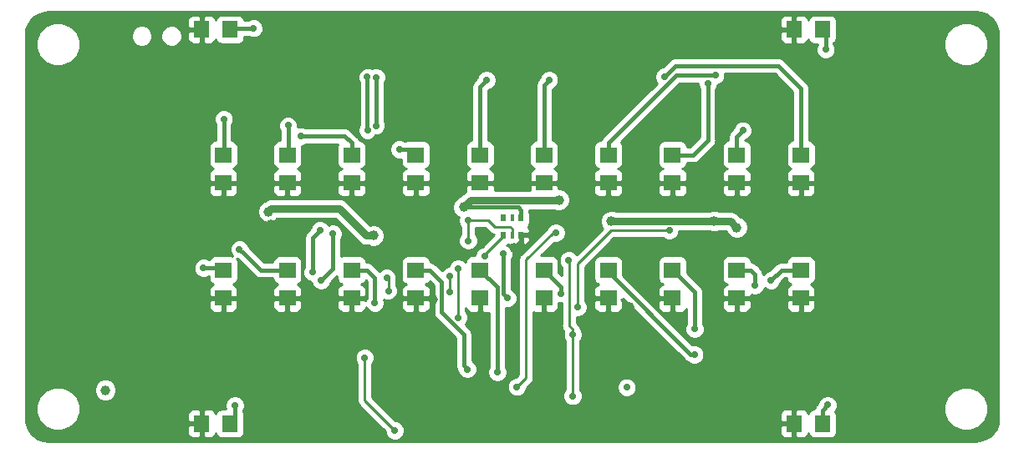
<source format=gbr>
G04 #@! TF.GenerationSoftware,KiCad,Pcbnew,(5.0.0-rc2-dev-482-gf81c77cd4)*
G04 #@! TF.CreationDate,2018-05-10T20:02:33+02:00*
G04 #@! TF.ProjectId,score_board,73636F72655F626F6172642E6B696361,1*
G04 #@! TF.SameCoordinates,Original*
G04 #@! TF.FileFunction,Copper,L1,Top,Signal*
G04 #@! TF.FilePolarity,Positive*
%FSLAX46Y46*%
G04 Gerber Fmt 4.6, Leading zero omitted, Abs format (unit mm)*
G04 Created by KiCad (PCBNEW (5.0.0-rc2-dev-482-gf81c77cd4)) date Thu May 10 20:02:33 2018*
%MOMM*%
%LPD*%
G01*
G04 APERTURE LIST*
%ADD10R,1.620000X1.670000*%
%ADD11R,1.670000X1.620000*%
%ADD12R,0.500000X0.800000*%
%ADD13R,0.300000X0.800000*%
%ADD14C,1.000000*%
%ADD15C,0.700000*%
%ADD16C,0.381000*%
%ADD17C,0.762000*%
%ADD18C,0.254000*%
G04 APERTURE END LIST*
D10*
X141430000Y-145000000D03*
X138570000Y-145000000D03*
X78570000Y-145000000D03*
X81430000Y-145000000D03*
X81430000Y-105000000D03*
X78570000Y-105000000D03*
X138570000Y-105000000D03*
X141430000Y-105000000D03*
D11*
X87250000Y-132280000D03*
X87250000Y-129420000D03*
X100250000Y-129420000D03*
X100250000Y-132280000D03*
X106750000Y-132280000D03*
X106750000Y-129420000D03*
X113250000Y-129420000D03*
X113250000Y-132280000D03*
X119750000Y-132280000D03*
X119750000Y-129420000D03*
X126250000Y-129420000D03*
X126250000Y-132280000D03*
X132750000Y-132280000D03*
X132750000Y-129420000D03*
X139250000Y-129420000D03*
X139250000Y-132280000D03*
X80750000Y-132280000D03*
X80750000Y-129420000D03*
X93750000Y-129420000D03*
X93750000Y-132280000D03*
X139250000Y-117720000D03*
X139250000Y-120580000D03*
X126250000Y-120580000D03*
X126250000Y-117720000D03*
X119750000Y-117720000D03*
X119750000Y-120580000D03*
X106750000Y-120580000D03*
X106750000Y-117720000D03*
X100250000Y-117720000D03*
X100250000Y-120580000D03*
X93750000Y-120580000D03*
X93750000Y-117720000D03*
X87250000Y-120580000D03*
X87250000Y-117720000D03*
X132750000Y-120580000D03*
X132750000Y-117720000D03*
X80750000Y-120580000D03*
X80750000Y-117720000D03*
X113250000Y-120580000D03*
X113250000Y-117720000D03*
D12*
X109100000Y-125850000D03*
D13*
X110000000Y-125850000D03*
D12*
X110900000Y-125850000D03*
X110900000Y-124150000D03*
D13*
X110000000Y-124150000D03*
D12*
X109100000Y-124150000D03*
D14*
X105100000Y-123030000D03*
X132760000Y-125110000D03*
X120050000Y-124450000D03*
X114740000Y-122300000D03*
X95960000Y-125930000D03*
X85330000Y-123480000D03*
X130460000Y-124450000D03*
D15*
X109120000Y-127790000D03*
X109550000Y-132280000D03*
D14*
X74400000Y-141600000D03*
X71600000Y-143800000D03*
X68800000Y-141600000D03*
X71600000Y-139400000D03*
X110220000Y-127160000D03*
X100760000Y-124550000D03*
X103570000Y-121160000D03*
X121900000Y-133160000D03*
X122670000Y-134510000D03*
X137950000Y-124960000D03*
X141100000Y-119570000D03*
X134840000Y-120490000D03*
X128240000Y-120540000D03*
X121520000Y-119100000D03*
X115680000Y-118980000D03*
X115110000Y-120330000D03*
X109840000Y-117990000D03*
X110810000Y-120990000D03*
X102270000Y-119680000D03*
X97200000Y-120570000D03*
X97870000Y-119420000D03*
X91170000Y-119990000D03*
X89300000Y-124770000D03*
X87290000Y-125840000D03*
X85530000Y-124810000D03*
X93740000Y-136910000D03*
X98540000Y-139850000D03*
X98430000Y-136750000D03*
X91510000Y-133140000D03*
X83920000Y-132450000D03*
X77650000Y-132520000D03*
X102000000Y-132440000D03*
X103560000Y-137290000D03*
X143760000Y-128020000D03*
X141550000Y-124020000D03*
X141420000Y-125710000D03*
X141860000Y-127450000D03*
X137250000Y-132430000D03*
X134240000Y-134410000D03*
X129680000Y-130830000D03*
X109820000Y-137310000D03*
X82670000Y-120630000D03*
X84130000Y-120570000D03*
X136400000Y-144910000D03*
X77710000Y-142490000D03*
X136510000Y-105040000D03*
X133940000Y-145690000D03*
X121950000Y-145800000D03*
X110120000Y-145760000D03*
X87890000Y-143650000D03*
X93940000Y-145740000D03*
X117480000Y-125920000D03*
X120160000Y-127250000D03*
X101830000Y-113760000D03*
X120750000Y-113270000D03*
X99490000Y-127180000D03*
X90110000Y-138030000D03*
X87370000Y-134580000D03*
X105810000Y-142610000D03*
X119050000Y-136480000D03*
X134320000Y-141080000D03*
X86020000Y-136850000D03*
X83960000Y-115570000D03*
X82600000Y-124980000D03*
X110180000Y-113380000D03*
X151790000Y-110320000D03*
X152950000Y-137640000D03*
X95800000Y-107930000D03*
X95800000Y-106440000D03*
X95800000Y-105010000D03*
X68110000Y-106700000D03*
X92030000Y-113590000D03*
X79470000Y-126450000D03*
X82590000Y-106900000D03*
D15*
X134590000Y-131000000D03*
X128490000Y-135390000D03*
X128470000Y-138000000D03*
X114990000Y-131780000D03*
X108520000Y-139789998D03*
X105470000Y-139480000D03*
X96110000Y-132760000D03*
X136230000Y-130450000D03*
X98130000Y-145710000D03*
X95070000Y-138300000D03*
X116160000Y-135960000D03*
X115740000Y-128430000D03*
X116130000Y-142200000D03*
X121620000Y-141310000D03*
X110480000Y-141280000D03*
X114430000Y-125630000D03*
X107250000Y-128000000D03*
X104530000Y-134250000D03*
X104540000Y-129240000D03*
X116650000Y-133180000D03*
X125940000Y-125420000D03*
X97470000Y-131530000D03*
X97299998Y-130170000D03*
X105550000Y-124360000D03*
X103690000Y-131620000D03*
X103730000Y-130000000D03*
X105560000Y-126450000D03*
X98570000Y-117170000D03*
X80800000Y-114080000D03*
X87310000Y-114750000D03*
X88580000Y-115830000D03*
X78730000Y-129200000D03*
X125420000Y-109810000D03*
X133370000Y-115240000D03*
X129820000Y-110490000D03*
X130600000Y-109670000D03*
X113750000Y-110130000D03*
X107410000Y-110140000D03*
X82390000Y-127290000D03*
X96240000Y-109860000D03*
X141760000Y-107040000D03*
X96200941Y-114769945D03*
X95340000Y-109840000D03*
X83820000Y-104880000D03*
X95350000Y-115210000D03*
X89790000Y-129650000D03*
X81930000Y-143150000D03*
X90540000Y-125380000D03*
X141960000Y-143110000D03*
X90660000Y-130470000D03*
X91840000Y-125730000D03*
D16*
X110610000Y-123030000D02*
X105100000Y-123030000D01*
X110900000Y-124150000D02*
X110900000Y-123320000D01*
X110900000Y-123320000D02*
X110610000Y-123030000D01*
D17*
X132760000Y-125110000D02*
X132100000Y-124450000D01*
X105830000Y-122300000D02*
X105100000Y-123030000D01*
X114740000Y-122300000D02*
X105830000Y-122300000D01*
X95252894Y-125930000D02*
X92542894Y-123220000D01*
X95960000Y-125930000D02*
X95252894Y-125930000D01*
X92542894Y-123220000D02*
X85590000Y-123220000D01*
X85590000Y-123220000D02*
X85330000Y-123480000D01*
X132100000Y-124450000D02*
X130460000Y-124450000D01*
X130460000Y-124450000D02*
X120050000Y-124450000D01*
D16*
X109120000Y-127790000D02*
X109120000Y-131850000D01*
X109120000Y-131850000D02*
X109200001Y-131930001D01*
X109200001Y-131930001D02*
X109550000Y-132280000D01*
X110900000Y-125850000D02*
X110900000Y-126480000D01*
X110900000Y-126480000D02*
X110220000Y-127160000D01*
X134590000Y-131000000D02*
X134590000Y-129840000D01*
X134170000Y-129420000D02*
X132750000Y-129420000D01*
X134590000Y-129840000D02*
X134170000Y-129420000D01*
X128490000Y-131635000D02*
X128490000Y-134895026D01*
X126250000Y-129420000D02*
X126275000Y-129420000D01*
X126275000Y-129420000D02*
X128490000Y-131635000D01*
X128490000Y-134895026D02*
X128490000Y-135390000D01*
X128100000Y-138000000D02*
X128470000Y-138000000D01*
X119750000Y-129420000D02*
X119750000Y-129650000D01*
X119750000Y-129650000D02*
X128100000Y-138000000D01*
X114990000Y-131135000D02*
X114990000Y-131285026D01*
X113250000Y-129420000D02*
X113275000Y-129420000D01*
X113275000Y-129420000D02*
X114990000Y-131135000D01*
X114990000Y-131285026D02*
X114990000Y-131780000D01*
X108520000Y-131165000D02*
X108520000Y-139295024D01*
X108520000Y-139295024D02*
X108520000Y-139789998D01*
X106775000Y-129420000D02*
X108520000Y-131165000D01*
X106750000Y-129420000D02*
X106775000Y-129420000D01*
X105120001Y-139130001D02*
X105120001Y-135930001D01*
X105470000Y-139480000D02*
X105120001Y-139130001D01*
X105120001Y-135930001D02*
X102880000Y-133690000D01*
X102880000Y-133690000D02*
X102880000Y-130610000D01*
X101690000Y-129420000D02*
X100250000Y-129420000D01*
X102880000Y-130610000D02*
X101690000Y-129420000D01*
X96110000Y-132760000D02*
X96110000Y-130230000D01*
X95300000Y-129420000D02*
X93750000Y-129420000D01*
X96110000Y-130230000D02*
X95300000Y-129420000D01*
X137260000Y-129420000D02*
X139250000Y-129420000D01*
X136230000Y-130450000D02*
X137260000Y-129420000D01*
D18*
X98130000Y-145710000D02*
X95070000Y-142650000D01*
X95070000Y-142650000D02*
X95070000Y-138300000D01*
X116160000Y-135465026D02*
X115760000Y-135065026D01*
X116160000Y-135960000D02*
X116160000Y-135465026D01*
X115760000Y-135065026D02*
X115760000Y-128450000D01*
X115760000Y-128450000D02*
X115740000Y-128430000D01*
X116160000Y-135960000D02*
X116160000Y-142170000D01*
X116160000Y-142170000D02*
X116130000Y-142200000D01*
X114160000Y-125630000D02*
X114430000Y-125630000D01*
X111430000Y-128360000D02*
X114160000Y-125630000D01*
X110480000Y-141280000D02*
X111430000Y-140330000D01*
X111430000Y-140330000D02*
X111430000Y-128360000D01*
X109100000Y-126000000D02*
X107250000Y-127850000D01*
X107250000Y-127850000D02*
X107250000Y-128000000D01*
X109100000Y-125850000D02*
X109100000Y-126000000D01*
X104530000Y-129250000D02*
X104540000Y-129240000D01*
X104530000Y-134250000D02*
X104530000Y-129250000D01*
X97470000Y-130340002D02*
X97299998Y-130170000D01*
X97470000Y-131530000D02*
X97470000Y-130340002D01*
X120000000Y-125420000D02*
X125940000Y-125420000D01*
X116650000Y-133180000D02*
X116650000Y-128770000D01*
X116650000Y-128770000D02*
X120000000Y-125420000D01*
X109824000Y-125020000D02*
X110000000Y-125196000D01*
X108250000Y-125020000D02*
X109824000Y-125020000D01*
X107590000Y-124360000D02*
X108250000Y-125020000D01*
X110000000Y-125196000D02*
X110000000Y-125850000D01*
X105550000Y-124360000D02*
X107590000Y-124360000D01*
X103690000Y-131620000D02*
X103690000Y-130040000D01*
X103690000Y-130040000D02*
X103730000Y-130000000D01*
X105560000Y-124370000D02*
X105550000Y-124360000D01*
X105560000Y-126450000D02*
X105560000Y-124370000D01*
D16*
X99700000Y-117170000D02*
X100250000Y-117720000D01*
X98570000Y-117170000D02*
X99700000Y-117170000D01*
X80800000Y-117670000D02*
X80750000Y-117720000D01*
X80800000Y-114080000D02*
X80800000Y-117670000D01*
X87310000Y-117660000D02*
X87250000Y-117720000D01*
X87310000Y-114750000D02*
X87310000Y-117660000D01*
X93750000Y-116529000D02*
X93750000Y-117720000D01*
X93051000Y-115830000D02*
X93750000Y-116529000D01*
X88580000Y-115830000D02*
X93051000Y-115830000D01*
X80530000Y-129200000D02*
X80750000Y-129420000D01*
X78730000Y-129200000D02*
X80530000Y-129200000D01*
X125420000Y-109810000D02*
X126550000Y-108680000D01*
X139250000Y-110970000D02*
X136960000Y-108680000D01*
X139250000Y-117720000D02*
X139250000Y-110970000D01*
X126550000Y-108680000D02*
X136960000Y-108680000D01*
X132750000Y-117720000D02*
X132750000Y-115860000D01*
X132750000Y-115860000D02*
X133370000Y-115240000D01*
X129820000Y-116250000D02*
X129820000Y-110490000D01*
X126250000Y-117720000D02*
X128350000Y-117720000D01*
X128350000Y-117720000D02*
X129820000Y-116250000D01*
X119750000Y-116529000D02*
X119750000Y-117720000D01*
X130600000Y-109670000D02*
X126609000Y-109670000D01*
X126609000Y-109670000D02*
X119750000Y-116529000D01*
X113750000Y-110130000D02*
X113240000Y-110640000D01*
X113250000Y-110650000D02*
X113250000Y-117720000D01*
X113240000Y-110640000D02*
X113250000Y-110650000D01*
X106750000Y-110800000D02*
X107060001Y-110489999D01*
X106750000Y-117720000D02*
X106750000Y-110800000D01*
X107060001Y-110489999D02*
X107410000Y-110140000D01*
X84520000Y-129420000D02*
X82739999Y-127639999D01*
X82739999Y-127639999D02*
X82390000Y-127290000D01*
X87250000Y-129420000D02*
X84520000Y-129420000D01*
X141760000Y-105330000D02*
X141430000Y-105000000D01*
X141760000Y-107040000D02*
X141760000Y-105330000D01*
X96240000Y-109860000D02*
X96240000Y-114730886D01*
X96240000Y-114730886D02*
X96200941Y-114769945D01*
X81550000Y-104880000D02*
X81430000Y-105000000D01*
X83820000Y-104880000D02*
X81550000Y-104880000D01*
X95340000Y-109840000D02*
X95340000Y-115200000D01*
X95340000Y-115200000D02*
X95350000Y-115210000D01*
X81930000Y-144500000D02*
X81430000Y-145000000D01*
X81930000Y-143150000D02*
X81930000Y-144500000D01*
X90190001Y-125729999D02*
X90540000Y-125380000D01*
X89790000Y-129650000D02*
X89790000Y-126130000D01*
X89790000Y-126130000D02*
X90190001Y-125729999D01*
X141430000Y-145000000D02*
X141430000Y-143640000D01*
X141430000Y-143640000D02*
X141960000Y-143110000D01*
X90660000Y-130470000D02*
X91840000Y-129290000D01*
X91840000Y-129290000D02*
X91840000Y-125730000D01*
D18*
G36*
X157519918Y-103300594D02*
X158011944Y-103479191D01*
X158449692Y-103766192D01*
X158809668Y-104146190D01*
X159072576Y-104598821D01*
X159227220Y-105109416D01*
X159265000Y-105532732D01*
X159265001Y-144457290D01*
X159199405Y-145019918D01*
X159020809Y-145511944D01*
X158733810Y-145949689D01*
X158353807Y-146309670D01*
X157901180Y-146572576D01*
X157390584Y-146727220D01*
X156967269Y-146765000D01*
X63042702Y-146765000D01*
X62480082Y-146699405D01*
X61988056Y-146520809D01*
X61550311Y-146233810D01*
X61190330Y-145853807D01*
X60927424Y-145401180D01*
X60772780Y-144890584D01*
X60735000Y-144467269D01*
X60735000Y-143055431D01*
X61765000Y-143055431D01*
X61765000Y-143944569D01*
X62105259Y-144766026D01*
X62733974Y-145394741D01*
X63555431Y-145735000D01*
X64444569Y-145735000D01*
X65266026Y-145394741D01*
X65375017Y-145285750D01*
X77125000Y-145285750D01*
X77125000Y-145961310D01*
X77221673Y-146194699D01*
X77400302Y-146373327D01*
X77633691Y-146470000D01*
X78284250Y-146470000D01*
X78443000Y-146311250D01*
X78443000Y-145127000D01*
X77283750Y-145127000D01*
X77125000Y-145285750D01*
X65375017Y-145285750D01*
X65894741Y-144766026D01*
X66196013Y-144038690D01*
X77125000Y-144038690D01*
X77125000Y-144714250D01*
X77283750Y-144873000D01*
X78443000Y-144873000D01*
X78443000Y-143688750D01*
X78697000Y-143688750D01*
X78697000Y-144873000D01*
X78717000Y-144873000D01*
X78717000Y-145127000D01*
X78697000Y-145127000D01*
X78697000Y-146311250D01*
X78855750Y-146470000D01*
X79506309Y-146470000D01*
X79739698Y-146373327D01*
X79918327Y-146194699D01*
X80003302Y-145989552D01*
X80021843Y-146082765D01*
X80162191Y-146292809D01*
X80372235Y-146433157D01*
X80620000Y-146482440D01*
X82240000Y-146482440D01*
X82487765Y-146433157D01*
X82697809Y-146292809D01*
X82838157Y-146082765D01*
X82887440Y-145835000D01*
X82887440Y-144165000D01*
X82838157Y-143917235D01*
X82755500Y-143793531D01*
X82755500Y-143717500D01*
X82765042Y-143707958D01*
X82915000Y-143345929D01*
X82915000Y-142954071D01*
X82765042Y-142592042D01*
X82487958Y-142314958D01*
X82125929Y-142165000D01*
X81734071Y-142165000D01*
X81372042Y-142314958D01*
X81094958Y-142592042D01*
X80945000Y-142954071D01*
X80945000Y-143345929D01*
X81016092Y-143517560D01*
X80620000Y-143517560D01*
X80372235Y-143566843D01*
X80162191Y-143707191D01*
X80021843Y-143917235D01*
X80003302Y-144010448D01*
X79918327Y-143805301D01*
X79739698Y-143626673D01*
X79506309Y-143530000D01*
X78855750Y-143530000D01*
X78697000Y-143688750D01*
X78443000Y-143688750D01*
X78284250Y-143530000D01*
X77633691Y-143530000D01*
X77400302Y-143626673D01*
X77221673Y-143805301D01*
X77125000Y-144038690D01*
X66196013Y-144038690D01*
X66235000Y-143944569D01*
X66235000Y-143055431D01*
X65894741Y-142233974D01*
X65266026Y-141605259D01*
X64708283Y-141374234D01*
X67665000Y-141374234D01*
X67665000Y-141825766D01*
X67837793Y-142242926D01*
X68157074Y-142562207D01*
X68574234Y-142735000D01*
X69025766Y-142735000D01*
X69442926Y-142562207D01*
X69762207Y-142242926D01*
X69935000Y-141825766D01*
X69935000Y-141374234D01*
X69762207Y-140957074D01*
X69442926Y-140637793D01*
X69025766Y-140465000D01*
X68574234Y-140465000D01*
X68157074Y-140637793D01*
X67837793Y-140957074D01*
X67665000Y-141374234D01*
X64708283Y-141374234D01*
X64444569Y-141265000D01*
X63555431Y-141265000D01*
X62733974Y-141605259D01*
X62105259Y-142233974D01*
X61765000Y-143055431D01*
X60735000Y-143055431D01*
X60735000Y-138104071D01*
X94085000Y-138104071D01*
X94085000Y-138495929D01*
X94234958Y-138857958D01*
X94308001Y-138931001D01*
X94308000Y-142574957D01*
X94293073Y-142650000D01*
X94308000Y-142725043D01*
X94308000Y-142725047D01*
X94352212Y-142947316D01*
X94520629Y-143199371D01*
X94584253Y-143241883D01*
X97145000Y-145802631D01*
X97145000Y-145905929D01*
X97294958Y-146267958D01*
X97572042Y-146545042D01*
X97934071Y-146695000D01*
X98325929Y-146695000D01*
X98687958Y-146545042D01*
X98965042Y-146267958D01*
X99115000Y-145905929D01*
X99115000Y-145514071D01*
X99020426Y-145285750D01*
X137125000Y-145285750D01*
X137125000Y-145961310D01*
X137221673Y-146194699D01*
X137400302Y-146373327D01*
X137633691Y-146470000D01*
X138284250Y-146470000D01*
X138443000Y-146311250D01*
X138443000Y-145127000D01*
X137283750Y-145127000D01*
X137125000Y-145285750D01*
X99020426Y-145285750D01*
X98965042Y-145152042D01*
X98687958Y-144874958D01*
X98325929Y-144725000D01*
X98222631Y-144725000D01*
X97536321Y-144038690D01*
X137125000Y-144038690D01*
X137125000Y-144714250D01*
X137283750Y-144873000D01*
X138443000Y-144873000D01*
X138443000Y-143688750D01*
X138697000Y-143688750D01*
X138697000Y-144873000D01*
X138717000Y-144873000D01*
X138717000Y-145127000D01*
X138697000Y-145127000D01*
X138697000Y-146311250D01*
X138855750Y-146470000D01*
X139506309Y-146470000D01*
X139739698Y-146373327D01*
X139918327Y-146194699D01*
X140003302Y-145989552D01*
X140021843Y-146082765D01*
X140162191Y-146292809D01*
X140372235Y-146433157D01*
X140620000Y-146482440D01*
X142240000Y-146482440D01*
X142487765Y-146433157D01*
X142697809Y-146292809D01*
X142838157Y-146082765D01*
X142887440Y-145835000D01*
X142887440Y-144165000D01*
X142838157Y-143917235D01*
X142721041Y-143741959D01*
X142795042Y-143667958D01*
X142945000Y-143305929D01*
X142945000Y-143055431D01*
X153765000Y-143055431D01*
X153765000Y-143944569D01*
X154105259Y-144766026D01*
X154733974Y-145394741D01*
X155555431Y-145735000D01*
X156444569Y-145735000D01*
X157266026Y-145394741D01*
X157894741Y-144766026D01*
X158235000Y-143944569D01*
X158235000Y-143055431D01*
X157894741Y-142233974D01*
X157266026Y-141605259D01*
X156444569Y-141265000D01*
X155555431Y-141265000D01*
X154733974Y-141605259D01*
X154105259Y-142233974D01*
X153765000Y-143055431D01*
X142945000Y-143055431D01*
X142945000Y-142914071D01*
X142795042Y-142552042D01*
X142517958Y-142274958D01*
X142155929Y-142125000D01*
X141764071Y-142125000D01*
X141402042Y-142274958D01*
X141124958Y-142552042D01*
X140975000Y-142914071D01*
X140975000Y-142927568D01*
X140903774Y-142998793D01*
X140834849Y-143044848D01*
X140788794Y-143113774D01*
X140652397Y-143317906D01*
X140612382Y-143519075D01*
X140372235Y-143566843D01*
X140162191Y-143707191D01*
X140021843Y-143917235D01*
X140003302Y-144010448D01*
X139918327Y-143805301D01*
X139739698Y-143626673D01*
X139506309Y-143530000D01*
X138855750Y-143530000D01*
X138697000Y-143688750D01*
X138443000Y-143688750D01*
X138284250Y-143530000D01*
X137633691Y-143530000D01*
X137400302Y-143626673D01*
X137221673Y-143805301D01*
X137125000Y-144038690D01*
X97536321Y-144038690D01*
X95832000Y-142334370D01*
X95832000Y-141084071D01*
X109495000Y-141084071D01*
X109495000Y-141475929D01*
X109644958Y-141837958D01*
X109922042Y-142115042D01*
X110284071Y-142265000D01*
X110675929Y-142265000D01*
X111037958Y-142115042D01*
X111315042Y-141837958D01*
X111465000Y-141475929D01*
X111465000Y-141372630D01*
X111915750Y-140921881D01*
X111979371Y-140879371D01*
X112147788Y-140627317D01*
X112192000Y-140405048D01*
X112192000Y-140405047D01*
X112206928Y-140330000D01*
X112192000Y-140254953D01*
X112192000Y-133684950D01*
X112288690Y-133725000D01*
X112964250Y-133725000D01*
X113123000Y-133566250D01*
X113123000Y-132407000D01*
X113103000Y-132407000D01*
X113103000Y-132153000D01*
X113123000Y-132153000D01*
X113123000Y-132133000D01*
X113377000Y-132133000D01*
X113377000Y-132153000D01*
X113397000Y-132153000D01*
X113397000Y-132407000D01*
X113377000Y-132407000D01*
X113377000Y-133566250D01*
X113535750Y-133725000D01*
X114211310Y-133725000D01*
X114444699Y-133628327D01*
X114623327Y-133449698D01*
X114720000Y-133216309D01*
X114720000Y-132734319D01*
X114794071Y-132765000D01*
X114998000Y-132765000D01*
X114998000Y-134989983D01*
X114983073Y-135065026D01*
X114998000Y-135140069D01*
X114998000Y-135140073D01*
X115042212Y-135362342D01*
X115210629Y-135614397D01*
X115231281Y-135628196D01*
X115175000Y-135764071D01*
X115175000Y-136155929D01*
X115324958Y-136517958D01*
X115398000Y-136591000D01*
X115398001Y-141538999D01*
X115294958Y-141642042D01*
X115145000Y-142004071D01*
X115145000Y-142395929D01*
X115294958Y-142757958D01*
X115572042Y-143035042D01*
X115934071Y-143185000D01*
X116325929Y-143185000D01*
X116687958Y-143035042D01*
X116965042Y-142757958D01*
X117115000Y-142395929D01*
X117115000Y-142004071D01*
X116965042Y-141642042D01*
X116922000Y-141599000D01*
X116922000Y-141114071D01*
X120635000Y-141114071D01*
X120635000Y-141505929D01*
X120784958Y-141867958D01*
X121062042Y-142145042D01*
X121424071Y-142295000D01*
X121815929Y-142295000D01*
X122177958Y-142145042D01*
X122455042Y-141867958D01*
X122605000Y-141505929D01*
X122605000Y-141114071D01*
X122455042Y-140752042D01*
X122177958Y-140474958D01*
X121815929Y-140325000D01*
X121424071Y-140325000D01*
X121062042Y-140474958D01*
X120784958Y-140752042D01*
X120635000Y-141114071D01*
X116922000Y-141114071D01*
X116922000Y-136591000D01*
X116995042Y-136517958D01*
X117145000Y-136155929D01*
X117145000Y-135764071D01*
X116995042Y-135402042D01*
X116906859Y-135313859D01*
X116877788Y-135167709D01*
X116709371Y-134915655D01*
X116645746Y-134873142D01*
X116522000Y-134749396D01*
X116522000Y-134165000D01*
X116845929Y-134165000D01*
X117207958Y-134015042D01*
X117485042Y-133737958D01*
X117635000Y-133375929D01*
X117635000Y-132984071D01*
X117485042Y-132622042D01*
X117428750Y-132565750D01*
X118280000Y-132565750D01*
X118280000Y-133216309D01*
X118376673Y-133449698D01*
X118555301Y-133628327D01*
X118788690Y-133725000D01*
X119464250Y-133725000D01*
X119623000Y-133566250D01*
X119623000Y-132407000D01*
X118438750Y-132407000D01*
X118280000Y-132565750D01*
X117428750Y-132565750D01*
X117412000Y-132549000D01*
X117412000Y-129085630D01*
X117887630Y-128610000D01*
X118267560Y-128610000D01*
X118267560Y-130230000D01*
X118316843Y-130477765D01*
X118457191Y-130687809D01*
X118667235Y-130828157D01*
X118760448Y-130846698D01*
X118555301Y-130931673D01*
X118376673Y-131110302D01*
X118280000Y-131343691D01*
X118280000Y-131994250D01*
X118438750Y-132153000D01*
X119623000Y-132153000D01*
X119623000Y-132133000D01*
X119877000Y-132133000D01*
X119877000Y-132153000D01*
X119897000Y-132153000D01*
X119897000Y-132407000D01*
X119877000Y-132407000D01*
X119877000Y-133566250D01*
X120035750Y-133725000D01*
X120711310Y-133725000D01*
X120944699Y-133628327D01*
X121123327Y-133449698D01*
X121220000Y-133216309D01*
X121220000Y-132565750D01*
X121061252Y-132407002D01*
X121220000Y-132407002D01*
X121220000Y-132287432D01*
X127458793Y-138526226D01*
X127504848Y-138595152D01*
X127777906Y-138777604D01*
X127873648Y-138796648D01*
X127912042Y-138835042D01*
X128274071Y-138985000D01*
X128665929Y-138985000D01*
X129027958Y-138835042D01*
X129305042Y-138557958D01*
X129455000Y-138195929D01*
X129455000Y-137804071D01*
X129305042Y-137442042D01*
X129027958Y-137164958D01*
X128665929Y-137015000D01*
X128282433Y-137015000D01*
X123833183Y-132565750D01*
X124780000Y-132565750D01*
X124780000Y-133216309D01*
X124876673Y-133449698D01*
X125055301Y-133628327D01*
X125288690Y-133725000D01*
X125964250Y-133725000D01*
X126123000Y-133566250D01*
X126123000Y-132407000D01*
X124938750Y-132407000D01*
X124780000Y-132565750D01*
X123833183Y-132565750D01*
X121232440Y-129965008D01*
X121232440Y-128610000D01*
X124767560Y-128610000D01*
X124767560Y-130230000D01*
X124816843Y-130477765D01*
X124957191Y-130687809D01*
X125167235Y-130828157D01*
X125260448Y-130846698D01*
X125055301Y-130931673D01*
X124876673Y-131110302D01*
X124780000Y-131343691D01*
X124780000Y-131994250D01*
X124938750Y-132153000D01*
X126123000Y-132153000D01*
X126123000Y-132133000D01*
X126377000Y-132133000D01*
X126377000Y-132153000D01*
X126397000Y-132153000D01*
X126397000Y-132407000D01*
X126377000Y-132407000D01*
X126377000Y-133566250D01*
X126535750Y-133725000D01*
X127211310Y-133725000D01*
X127444699Y-133628327D01*
X127623327Y-133449698D01*
X127664501Y-133350296D01*
X127664501Y-134813719D01*
X127664500Y-134813724D01*
X127664500Y-134822500D01*
X127654958Y-134832042D01*
X127505000Y-135194071D01*
X127505000Y-135585929D01*
X127654958Y-135947958D01*
X127932042Y-136225042D01*
X128294071Y-136375000D01*
X128685929Y-136375000D01*
X129047958Y-136225042D01*
X129325042Y-135947958D01*
X129475000Y-135585929D01*
X129475000Y-135194071D01*
X129325042Y-134832042D01*
X129315500Y-134822500D01*
X129315500Y-132565750D01*
X131280000Y-132565750D01*
X131280000Y-133216309D01*
X131376673Y-133449698D01*
X131555301Y-133628327D01*
X131788690Y-133725000D01*
X132464250Y-133725000D01*
X132623000Y-133566250D01*
X132623000Y-132407000D01*
X132877000Y-132407000D01*
X132877000Y-133566250D01*
X133035750Y-133725000D01*
X133711310Y-133725000D01*
X133944699Y-133628327D01*
X134123327Y-133449698D01*
X134220000Y-133216309D01*
X134220000Y-132565750D01*
X137780000Y-132565750D01*
X137780000Y-133216309D01*
X137876673Y-133449698D01*
X138055301Y-133628327D01*
X138288690Y-133725000D01*
X138964250Y-133725000D01*
X139123000Y-133566250D01*
X139123000Y-132407000D01*
X139377000Y-132407000D01*
X139377000Y-133566250D01*
X139535750Y-133725000D01*
X140211310Y-133725000D01*
X140444699Y-133628327D01*
X140623327Y-133449698D01*
X140720000Y-133216309D01*
X140720000Y-132565750D01*
X140561250Y-132407000D01*
X139377000Y-132407000D01*
X139123000Y-132407000D01*
X137938750Y-132407000D01*
X137780000Y-132565750D01*
X134220000Y-132565750D01*
X134061250Y-132407000D01*
X132877000Y-132407000D01*
X132623000Y-132407000D01*
X131438750Y-132407000D01*
X131280000Y-132565750D01*
X129315500Y-132565750D01*
X129315500Y-131716301D01*
X129331672Y-131634999D01*
X129302252Y-131487094D01*
X129267604Y-131312906D01*
X129085152Y-131039848D01*
X129016226Y-130993793D01*
X127732440Y-129710008D01*
X127732440Y-128610000D01*
X131267560Y-128610000D01*
X131267560Y-130230000D01*
X131316843Y-130477765D01*
X131457191Y-130687809D01*
X131667235Y-130828157D01*
X131760448Y-130846698D01*
X131555301Y-130931673D01*
X131376673Y-131110302D01*
X131280000Y-131343691D01*
X131280000Y-131994250D01*
X131438750Y-132153000D01*
X132623000Y-132153000D01*
X132623000Y-132133000D01*
X132877000Y-132133000D01*
X132877000Y-132153000D01*
X134061250Y-132153000D01*
X134220000Y-131994250D01*
X134220000Y-131912897D01*
X134394071Y-131985000D01*
X134785929Y-131985000D01*
X135147958Y-131835042D01*
X135425042Y-131557958D01*
X135575000Y-131195929D01*
X135575000Y-131188000D01*
X135672042Y-131285042D01*
X136034071Y-131435000D01*
X136425929Y-131435000D01*
X136787958Y-131285042D01*
X137065042Y-131007958D01*
X137215000Y-130645929D01*
X137215000Y-130632432D01*
X137601933Y-130245500D01*
X137770643Y-130245500D01*
X137816843Y-130477765D01*
X137957191Y-130687809D01*
X138167235Y-130828157D01*
X138260448Y-130846698D01*
X138055301Y-130931673D01*
X137876673Y-131110302D01*
X137780000Y-131343691D01*
X137780000Y-131994250D01*
X137938750Y-132153000D01*
X139123000Y-132153000D01*
X139123000Y-132133000D01*
X139377000Y-132133000D01*
X139377000Y-132153000D01*
X140561250Y-132153000D01*
X140720000Y-131994250D01*
X140720000Y-131343691D01*
X140623327Y-131110302D01*
X140444699Y-130931673D01*
X140239552Y-130846698D01*
X140332765Y-130828157D01*
X140542809Y-130687809D01*
X140683157Y-130477765D01*
X140732440Y-130230000D01*
X140732440Y-128610000D01*
X140683157Y-128362235D01*
X140542809Y-128152191D01*
X140332765Y-128011843D01*
X140085000Y-127962560D01*
X138415000Y-127962560D01*
X138167235Y-128011843D01*
X137957191Y-128152191D01*
X137816843Y-128362235D01*
X137770643Y-128594500D01*
X137341301Y-128594500D01*
X137260000Y-128578328D01*
X137178698Y-128594500D01*
X137178697Y-128594500D01*
X136937906Y-128642396D01*
X136664848Y-128824848D01*
X136618794Y-128893773D01*
X136047568Y-129465000D01*
X136034071Y-129465000D01*
X135672042Y-129614958D01*
X135427866Y-129859134D01*
X135431672Y-129840000D01*
X135367604Y-129517906D01*
X135332253Y-129465000D01*
X135185152Y-129244848D01*
X135116223Y-129198791D01*
X134811209Y-128893777D01*
X134765152Y-128824848D01*
X134492094Y-128642396D01*
X134251303Y-128594500D01*
X134251301Y-128594500D01*
X134228453Y-128589955D01*
X134183157Y-128362235D01*
X134042809Y-128152191D01*
X133832765Y-128011843D01*
X133585000Y-127962560D01*
X131915000Y-127962560D01*
X131667235Y-128011843D01*
X131457191Y-128152191D01*
X131316843Y-128362235D01*
X131267560Y-128610000D01*
X127732440Y-128610000D01*
X127683157Y-128362235D01*
X127542809Y-128152191D01*
X127332765Y-128011843D01*
X127085000Y-127962560D01*
X125415000Y-127962560D01*
X125167235Y-128011843D01*
X124957191Y-128152191D01*
X124816843Y-128362235D01*
X124767560Y-128610000D01*
X121232440Y-128610000D01*
X121183157Y-128362235D01*
X121042809Y-128152191D01*
X120832765Y-128011843D01*
X120585000Y-127962560D01*
X118915000Y-127962560D01*
X118667235Y-128011843D01*
X118457191Y-128152191D01*
X118316843Y-128362235D01*
X118267560Y-128610000D01*
X117887630Y-128610000D01*
X120315631Y-126182000D01*
X125309000Y-126182000D01*
X125382042Y-126255042D01*
X125744071Y-126405000D01*
X126135929Y-126405000D01*
X126497958Y-126255042D01*
X126775042Y-125977958D01*
X126925000Y-125615929D01*
X126925000Y-125466000D01*
X129946942Y-125466000D01*
X130234234Y-125585000D01*
X130685766Y-125585000D01*
X130973058Y-125466000D01*
X131678945Y-125466000D01*
X131797793Y-125752926D01*
X132117074Y-126072207D01*
X132534234Y-126245000D01*
X132985766Y-126245000D01*
X133402926Y-126072207D01*
X133722207Y-125752926D01*
X133895000Y-125335766D01*
X133895000Y-124884234D01*
X133722207Y-124467074D01*
X133402926Y-124147793D01*
X133115633Y-124028793D01*
X132889179Y-123802339D01*
X132832495Y-123717505D01*
X132496423Y-123492949D01*
X132200065Y-123434000D01*
X132200063Y-123434000D01*
X132100000Y-123414096D01*
X131999937Y-123434000D01*
X130973058Y-123434000D01*
X130685766Y-123315000D01*
X130234234Y-123315000D01*
X129946942Y-123434000D01*
X120563058Y-123434000D01*
X120275766Y-123315000D01*
X119824234Y-123315000D01*
X119407074Y-123487793D01*
X119087793Y-123807074D01*
X118915000Y-124224234D01*
X118915000Y-124675766D01*
X119087793Y-125092926D01*
X119168618Y-125173751D01*
X116522685Y-127819685D01*
X116297958Y-127594958D01*
X115935929Y-127445000D01*
X115544071Y-127445000D01*
X115182042Y-127594958D01*
X114904958Y-127872042D01*
X114755000Y-128234071D01*
X114755000Y-128625929D01*
X114904958Y-128987958D01*
X114998001Y-129081001D01*
X114998001Y-129975568D01*
X114732440Y-129710007D01*
X114732440Y-128610000D01*
X114683157Y-128362235D01*
X114542809Y-128152191D01*
X114332765Y-128011843D01*
X114085000Y-127962560D01*
X112905070Y-127962560D01*
X114252631Y-126615000D01*
X114625929Y-126615000D01*
X114987958Y-126465042D01*
X115265042Y-126187958D01*
X115415000Y-125825929D01*
X115415000Y-125434071D01*
X115265042Y-125072042D01*
X114987958Y-124794958D01*
X114625929Y-124645000D01*
X114234071Y-124645000D01*
X113872042Y-124794958D01*
X113594958Y-125072042D01*
X113562877Y-125149492D01*
X110944251Y-127768119D01*
X110880630Y-127810629D01*
X110838119Y-127874251D01*
X110838118Y-127874252D01*
X110712213Y-128062683D01*
X110653073Y-128360000D01*
X110668001Y-128435048D01*
X110668000Y-140014369D01*
X110387370Y-140295000D01*
X110284071Y-140295000D01*
X109922042Y-140444958D01*
X109644958Y-140722042D01*
X109495000Y-141084071D01*
X95832000Y-141084071D01*
X95832000Y-138931000D01*
X95905042Y-138857958D01*
X96055000Y-138495929D01*
X96055000Y-138104071D01*
X95905042Y-137742042D01*
X95627958Y-137464958D01*
X95265929Y-137315000D01*
X94874071Y-137315000D01*
X94512042Y-137464958D01*
X94234958Y-137742042D01*
X94085000Y-138104071D01*
X60735000Y-138104071D01*
X60735000Y-132565750D01*
X79280000Y-132565750D01*
X79280000Y-133216309D01*
X79376673Y-133449698D01*
X79555301Y-133628327D01*
X79788690Y-133725000D01*
X80464250Y-133725000D01*
X80623000Y-133566250D01*
X80623000Y-132407000D01*
X80877000Y-132407000D01*
X80877000Y-133566250D01*
X81035750Y-133725000D01*
X81711310Y-133725000D01*
X81944699Y-133628327D01*
X82123327Y-133449698D01*
X82220000Y-133216309D01*
X82220000Y-132565750D01*
X85780000Y-132565750D01*
X85780000Y-133216309D01*
X85876673Y-133449698D01*
X86055301Y-133628327D01*
X86288690Y-133725000D01*
X86964250Y-133725000D01*
X87123000Y-133566250D01*
X87123000Y-132407000D01*
X87377000Y-132407000D01*
X87377000Y-133566250D01*
X87535750Y-133725000D01*
X88211310Y-133725000D01*
X88444699Y-133628327D01*
X88623327Y-133449698D01*
X88720000Y-133216309D01*
X88720000Y-132565750D01*
X92280000Y-132565750D01*
X92280000Y-133216309D01*
X92376673Y-133449698D01*
X92555301Y-133628327D01*
X92788690Y-133725000D01*
X93464250Y-133725000D01*
X93623000Y-133566250D01*
X93623000Y-132407000D01*
X92438750Y-132407000D01*
X92280000Y-132565750D01*
X88720000Y-132565750D01*
X88561250Y-132407000D01*
X87377000Y-132407000D01*
X87123000Y-132407000D01*
X85938750Y-132407000D01*
X85780000Y-132565750D01*
X82220000Y-132565750D01*
X82061250Y-132407000D01*
X80877000Y-132407000D01*
X80623000Y-132407000D01*
X79438750Y-132407000D01*
X79280000Y-132565750D01*
X60735000Y-132565750D01*
X60735000Y-129004071D01*
X77745000Y-129004071D01*
X77745000Y-129395929D01*
X77894958Y-129757958D01*
X78172042Y-130035042D01*
X78534071Y-130185000D01*
X78925929Y-130185000D01*
X79267560Y-130043491D01*
X79267560Y-130230000D01*
X79316843Y-130477765D01*
X79457191Y-130687809D01*
X79667235Y-130828157D01*
X79760448Y-130846698D01*
X79555301Y-130931673D01*
X79376673Y-131110302D01*
X79280000Y-131343691D01*
X79280000Y-131994250D01*
X79438750Y-132153000D01*
X80623000Y-132153000D01*
X80623000Y-132133000D01*
X80877000Y-132133000D01*
X80877000Y-132153000D01*
X82061250Y-132153000D01*
X82220000Y-131994250D01*
X82220000Y-131343691D01*
X82123327Y-131110302D01*
X81944699Y-130931673D01*
X81739552Y-130846698D01*
X81832765Y-130828157D01*
X82042809Y-130687809D01*
X82183157Y-130477765D01*
X82232440Y-130230000D01*
X82232440Y-128610000D01*
X82183157Y-128362235D01*
X82098385Y-128235365D01*
X82194071Y-128275000D01*
X82207568Y-128275000D01*
X83878793Y-129946226D01*
X83924848Y-130015152D01*
X84197906Y-130197604D01*
X84436948Y-130245152D01*
X84520000Y-130261672D01*
X84601303Y-130245500D01*
X85770643Y-130245500D01*
X85816843Y-130477765D01*
X85957191Y-130687809D01*
X86167235Y-130828157D01*
X86260448Y-130846698D01*
X86055301Y-130931673D01*
X85876673Y-131110302D01*
X85780000Y-131343691D01*
X85780000Y-131994250D01*
X85938750Y-132153000D01*
X87123000Y-132153000D01*
X87123000Y-132133000D01*
X87377000Y-132133000D01*
X87377000Y-132153000D01*
X88561250Y-132153000D01*
X88720000Y-131994250D01*
X88720000Y-131343691D01*
X88623327Y-131110302D01*
X88444699Y-130931673D01*
X88239552Y-130846698D01*
X88332765Y-130828157D01*
X88542809Y-130687809D01*
X88683157Y-130477765D01*
X88732440Y-130230000D01*
X88732440Y-129454071D01*
X88805000Y-129454071D01*
X88805000Y-129845929D01*
X88954958Y-130207958D01*
X89232042Y-130485042D01*
X89594071Y-130635000D01*
X89675000Y-130635000D01*
X89675000Y-130665929D01*
X89824958Y-131027958D01*
X90102042Y-131305042D01*
X90464071Y-131455000D01*
X90855929Y-131455000D01*
X91217958Y-131305042D01*
X91495042Y-131027958D01*
X91645000Y-130665929D01*
X91645000Y-130652432D01*
X92267560Y-130029873D01*
X92267560Y-130230000D01*
X92316843Y-130477765D01*
X92457191Y-130687809D01*
X92667235Y-130828157D01*
X92760448Y-130846698D01*
X92555301Y-130931673D01*
X92376673Y-131110302D01*
X92280000Y-131343691D01*
X92280000Y-131994250D01*
X92438750Y-132153000D01*
X93623000Y-132153000D01*
X93623000Y-132133000D01*
X93877000Y-132133000D01*
X93877000Y-132153000D01*
X95061250Y-132153000D01*
X95220000Y-131994250D01*
X95220000Y-131343691D01*
X95123327Y-131110302D01*
X94944699Y-130931673D01*
X94739552Y-130846698D01*
X94832765Y-130828157D01*
X95042809Y-130687809D01*
X95183157Y-130477765D01*
X95184347Y-130471780D01*
X95284501Y-130571934D01*
X95284500Y-132192500D01*
X95274958Y-132202042D01*
X95152333Y-132498083D01*
X95061250Y-132407000D01*
X93877000Y-132407000D01*
X93877000Y-133566250D01*
X94035750Y-133725000D01*
X94711310Y-133725000D01*
X94944699Y-133628327D01*
X95123327Y-133449698D01*
X95220000Y-133216309D01*
X95220000Y-133185278D01*
X95274958Y-133317958D01*
X95552042Y-133595042D01*
X95914071Y-133745000D01*
X96305929Y-133745000D01*
X96667958Y-133595042D01*
X96945042Y-133317958D01*
X97095000Y-132955929D01*
X97095000Y-132565750D01*
X98780000Y-132565750D01*
X98780000Y-133216309D01*
X98876673Y-133449698D01*
X99055301Y-133628327D01*
X99288690Y-133725000D01*
X99964250Y-133725000D01*
X100123000Y-133566250D01*
X100123000Y-132407000D01*
X100377000Y-132407000D01*
X100377000Y-133566250D01*
X100535750Y-133725000D01*
X101211310Y-133725000D01*
X101444699Y-133628327D01*
X101623327Y-133449698D01*
X101720000Y-133216309D01*
X101720000Y-132565750D01*
X101561250Y-132407000D01*
X100377000Y-132407000D01*
X100123000Y-132407000D01*
X98938750Y-132407000D01*
X98780000Y-132565750D01*
X97095000Y-132565750D01*
X97095000Y-132564071D01*
X97033377Y-132415301D01*
X97274071Y-132515000D01*
X97665929Y-132515000D01*
X98027958Y-132365042D01*
X98305042Y-132087958D01*
X98455000Y-131725929D01*
X98455000Y-131334071D01*
X98305042Y-130972042D01*
X98232000Y-130899000D01*
X98232000Y-130493877D01*
X98284998Y-130365929D01*
X98284998Y-129974071D01*
X98135040Y-129612042D01*
X97857956Y-129334958D01*
X97495927Y-129185000D01*
X97104069Y-129185000D01*
X96742040Y-129334958D01*
X96562215Y-129514783D01*
X95941209Y-128893777D01*
X95895152Y-128824848D01*
X95622094Y-128642396D01*
X95459228Y-128610000D01*
X98767560Y-128610000D01*
X98767560Y-130230000D01*
X98816843Y-130477765D01*
X98957191Y-130687809D01*
X99167235Y-130828157D01*
X99260448Y-130846698D01*
X99055301Y-130931673D01*
X98876673Y-131110302D01*
X98780000Y-131343691D01*
X98780000Y-131994250D01*
X98938750Y-132153000D01*
X100123000Y-132153000D01*
X100123000Y-132133000D01*
X100377000Y-132133000D01*
X100377000Y-132153000D01*
X101561250Y-132153000D01*
X101720000Y-131994250D01*
X101720000Y-131343691D01*
X101623327Y-131110302D01*
X101444699Y-130931673D01*
X101239552Y-130846698D01*
X101332765Y-130828157D01*
X101542809Y-130687809D01*
X101641971Y-130539404D01*
X102054501Y-130951934D01*
X102054500Y-133608698D01*
X102038328Y-133690000D01*
X102054500Y-133771301D01*
X102054500Y-133771302D01*
X102102396Y-134012093D01*
X102284848Y-134285152D01*
X102353777Y-134331209D01*
X104294502Y-136271935D01*
X104294501Y-139048699D01*
X104278329Y-139130001D01*
X104294501Y-139211302D01*
X104294501Y-139211303D01*
X104342397Y-139452094D01*
X104485000Y-139665515D01*
X104485000Y-139675929D01*
X104634958Y-140037958D01*
X104912042Y-140315042D01*
X105274071Y-140465000D01*
X105665929Y-140465000D01*
X106027958Y-140315042D01*
X106305042Y-140037958D01*
X106455000Y-139675929D01*
X106455000Y-139284071D01*
X106305042Y-138922042D01*
X106027958Y-138644958D01*
X105945501Y-138610803D01*
X105945501Y-136011304D01*
X105961673Y-135930001D01*
X105897605Y-135607906D01*
X105802134Y-135465025D01*
X105715153Y-135334849D01*
X105646227Y-135288794D01*
X105265216Y-134907784D01*
X105365042Y-134807958D01*
X105515000Y-134445929D01*
X105515000Y-134054071D01*
X105365042Y-133692042D01*
X105292000Y-133619000D01*
X105292000Y-133245280D01*
X105376673Y-133449698D01*
X105555301Y-133628327D01*
X105788690Y-133725000D01*
X106464250Y-133725000D01*
X106623000Y-133566250D01*
X106623000Y-132407000D01*
X106603000Y-132407000D01*
X106603000Y-132153000D01*
X106623000Y-132153000D01*
X106623000Y-132133000D01*
X106877000Y-132133000D01*
X106877000Y-132153000D01*
X106897000Y-132153000D01*
X106897000Y-132407000D01*
X106877000Y-132407000D01*
X106877000Y-133566250D01*
X107035750Y-133725000D01*
X107694500Y-133725000D01*
X107694501Y-139213717D01*
X107694500Y-139213722D01*
X107694500Y-139222498D01*
X107684958Y-139232040D01*
X107535000Y-139594069D01*
X107535000Y-139985927D01*
X107684958Y-140347956D01*
X107962042Y-140625040D01*
X108324071Y-140774998D01*
X108715929Y-140774998D01*
X109077958Y-140625040D01*
X109355042Y-140347956D01*
X109505000Y-139985927D01*
X109505000Y-139594069D01*
X109355042Y-139232040D01*
X109345500Y-139222498D01*
X109345500Y-133261450D01*
X109354071Y-133265000D01*
X109745929Y-133265000D01*
X110107958Y-133115042D01*
X110385042Y-132837958D01*
X110535000Y-132475929D01*
X110535000Y-132084071D01*
X110385042Y-131722042D01*
X110107958Y-131444958D01*
X109945500Y-131377665D01*
X109945500Y-128357500D01*
X109955042Y-128347958D01*
X110105000Y-127985929D01*
X110105000Y-127594071D01*
X109955042Y-127232042D01*
X109677958Y-126954958D01*
X109477751Y-126872029D01*
X109597765Y-126848157D01*
X109600000Y-126846664D01*
X109602235Y-126848157D01*
X109850000Y-126897440D01*
X110150000Y-126897440D01*
X110397765Y-126848157D01*
X110411916Y-126838702D01*
X110523690Y-126885000D01*
X110616250Y-126885000D01*
X110775000Y-126726250D01*
X110775000Y-126362815D01*
X110797440Y-126250000D01*
X110797440Y-125977000D01*
X111025000Y-125977000D01*
X111025000Y-126726250D01*
X111183750Y-126885000D01*
X111276310Y-126885000D01*
X111509699Y-126788327D01*
X111688327Y-126609698D01*
X111785000Y-126376309D01*
X111785000Y-126135750D01*
X111626250Y-125977000D01*
X111025000Y-125977000D01*
X110797440Y-125977000D01*
X110797440Y-125703000D01*
X111025000Y-125703000D01*
X111025000Y-125723000D01*
X111626250Y-125723000D01*
X111785000Y-125564250D01*
X111785000Y-125323691D01*
X111688327Y-125090302D01*
X111606625Y-125008600D01*
X111607809Y-125007809D01*
X111748157Y-124797765D01*
X111797440Y-124550000D01*
X111797440Y-123750000D01*
X111748157Y-123502235D01*
X111725500Y-123468327D01*
X111725500Y-123401301D01*
X111741672Y-123320000D01*
X111740876Y-123316000D01*
X114226942Y-123316000D01*
X114514234Y-123435000D01*
X114965766Y-123435000D01*
X115382926Y-123262207D01*
X115702207Y-122942926D01*
X115875000Y-122525766D01*
X115875000Y-122074234D01*
X115702207Y-121657074D01*
X115382926Y-121337793D01*
X114965766Y-121165000D01*
X114720000Y-121165000D01*
X114720000Y-120865750D01*
X118280000Y-120865750D01*
X118280000Y-121516309D01*
X118376673Y-121749698D01*
X118555301Y-121928327D01*
X118788690Y-122025000D01*
X119464250Y-122025000D01*
X119623000Y-121866250D01*
X119623000Y-120707000D01*
X119877000Y-120707000D01*
X119877000Y-121866250D01*
X120035750Y-122025000D01*
X120711310Y-122025000D01*
X120944699Y-121928327D01*
X121123327Y-121749698D01*
X121220000Y-121516309D01*
X121220000Y-120865750D01*
X124780000Y-120865750D01*
X124780000Y-121516309D01*
X124876673Y-121749698D01*
X125055301Y-121928327D01*
X125288690Y-122025000D01*
X125964250Y-122025000D01*
X126123000Y-121866250D01*
X126123000Y-120707000D01*
X126377000Y-120707000D01*
X126377000Y-121866250D01*
X126535750Y-122025000D01*
X127211310Y-122025000D01*
X127444699Y-121928327D01*
X127623327Y-121749698D01*
X127720000Y-121516309D01*
X127720000Y-120865750D01*
X131280000Y-120865750D01*
X131280000Y-121516309D01*
X131376673Y-121749698D01*
X131555301Y-121928327D01*
X131788690Y-122025000D01*
X132464250Y-122025000D01*
X132623000Y-121866250D01*
X132623000Y-120707000D01*
X132877000Y-120707000D01*
X132877000Y-121866250D01*
X133035750Y-122025000D01*
X133711310Y-122025000D01*
X133944699Y-121928327D01*
X134123327Y-121749698D01*
X134220000Y-121516309D01*
X134220000Y-120865750D01*
X137780000Y-120865750D01*
X137780000Y-121516309D01*
X137876673Y-121749698D01*
X138055301Y-121928327D01*
X138288690Y-122025000D01*
X138964250Y-122025000D01*
X139123000Y-121866250D01*
X139123000Y-120707000D01*
X139377000Y-120707000D01*
X139377000Y-121866250D01*
X139535750Y-122025000D01*
X140211310Y-122025000D01*
X140444699Y-121928327D01*
X140623327Y-121749698D01*
X140720000Y-121516309D01*
X140720000Y-120865750D01*
X140561250Y-120707000D01*
X139377000Y-120707000D01*
X139123000Y-120707000D01*
X137938750Y-120707000D01*
X137780000Y-120865750D01*
X134220000Y-120865750D01*
X134061250Y-120707000D01*
X132877000Y-120707000D01*
X132623000Y-120707000D01*
X131438750Y-120707000D01*
X131280000Y-120865750D01*
X127720000Y-120865750D01*
X127561250Y-120707000D01*
X126377000Y-120707000D01*
X126123000Y-120707000D01*
X124938750Y-120707000D01*
X124780000Y-120865750D01*
X121220000Y-120865750D01*
X121061250Y-120707000D01*
X119877000Y-120707000D01*
X119623000Y-120707000D01*
X118438750Y-120707000D01*
X118280000Y-120865750D01*
X114720000Y-120865750D01*
X114561250Y-120707000D01*
X113377000Y-120707000D01*
X113377000Y-120727000D01*
X113123000Y-120727000D01*
X113123000Y-120707000D01*
X111938750Y-120707000D01*
X111780000Y-120865750D01*
X111780000Y-121284000D01*
X108220000Y-121284000D01*
X108220000Y-120865750D01*
X108061250Y-120707000D01*
X106877000Y-120707000D01*
X106877000Y-120727000D01*
X106623000Y-120727000D01*
X106623000Y-120707000D01*
X105438750Y-120707000D01*
X105280000Y-120865750D01*
X105280000Y-121445566D01*
X105097505Y-121567505D01*
X105040822Y-121652337D01*
X104744367Y-121948793D01*
X104457074Y-122067793D01*
X104137793Y-122387074D01*
X103965000Y-122804234D01*
X103965000Y-123255766D01*
X104137793Y-123672926D01*
X104457074Y-123992207D01*
X104609958Y-124055533D01*
X104565000Y-124164071D01*
X104565000Y-124555929D01*
X104714958Y-124917958D01*
X104798001Y-125001001D01*
X104798000Y-125819000D01*
X104724958Y-125892042D01*
X104575000Y-126254071D01*
X104575000Y-126645929D01*
X104724958Y-127007958D01*
X105002042Y-127285042D01*
X105364071Y-127435000D01*
X105755929Y-127435000D01*
X106117958Y-127285042D01*
X106395042Y-127007958D01*
X106545000Y-126645929D01*
X106545000Y-126254071D01*
X106395042Y-125892042D01*
X106322000Y-125819000D01*
X106322000Y-125122000D01*
X107274370Y-125122000D01*
X107658117Y-125505748D01*
X107700629Y-125569371D01*
X107952683Y-125737788D01*
X108174952Y-125782000D01*
X108174957Y-125782000D01*
X108202560Y-125787491D01*
X108202560Y-125819809D01*
X106974347Y-127048023D01*
X106692042Y-127164958D01*
X106414958Y-127442042D01*
X106265000Y-127804071D01*
X106265000Y-127962560D01*
X105915000Y-127962560D01*
X105667235Y-128011843D01*
X105457191Y-128152191D01*
X105316843Y-128362235D01*
X105273440Y-128580440D01*
X105097958Y-128404958D01*
X104735929Y-128255000D01*
X104344071Y-128255000D01*
X103982042Y-128404958D01*
X103704958Y-128682042D01*
X103567042Y-129015000D01*
X103534071Y-129015000D01*
X103172042Y-129164958D01*
X102894958Y-129442042D01*
X102890423Y-129452990D01*
X102331209Y-128893777D01*
X102285152Y-128824848D01*
X102012094Y-128642396D01*
X101771303Y-128594500D01*
X101771301Y-128594500D01*
X101727629Y-128585813D01*
X101683157Y-128362235D01*
X101542809Y-128152191D01*
X101332765Y-128011843D01*
X101085000Y-127962560D01*
X99415000Y-127962560D01*
X99167235Y-128011843D01*
X98957191Y-128152191D01*
X98816843Y-128362235D01*
X98767560Y-128610000D01*
X95459228Y-128610000D01*
X95381303Y-128594500D01*
X95381301Y-128594500D01*
X95300000Y-128578328D01*
X95228951Y-128592461D01*
X95183157Y-128362235D01*
X95042809Y-128152191D01*
X94832765Y-128011843D01*
X94585000Y-127962560D01*
X92915000Y-127962560D01*
X92667235Y-128011843D01*
X92665500Y-128013002D01*
X92665500Y-126297500D01*
X92675042Y-126287958D01*
X92825000Y-125925929D01*
X92825000Y-125534071D01*
X92675042Y-125172042D01*
X92397958Y-124894958D01*
X92035929Y-124745000D01*
X91644071Y-124745000D01*
X91387202Y-124851399D01*
X91375042Y-124822042D01*
X91097958Y-124544958D01*
X90735929Y-124395000D01*
X90344071Y-124395000D01*
X89982042Y-124544958D01*
X89704958Y-124822042D01*
X89555000Y-125184071D01*
X89555000Y-125197568D01*
X89263775Y-125488793D01*
X89194849Y-125534848D01*
X89148794Y-125603774D01*
X89012397Y-125807906D01*
X88948328Y-126130000D01*
X88964501Y-126211306D01*
X88964500Y-129082500D01*
X88954958Y-129092042D01*
X88805000Y-129454071D01*
X88732440Y-129454071D01*
X88732440Y-128610000D01*
X88683157Y-128362235D01*
X88542809Y-128152191D01*
X88332765Y-128011843D01*
X88085000Y-127962560D01*
X86415000Y-127962560D01*
X86167235Y-128011843D01*
X85957191Y-128152191D01*
X85816843Y-128362235D01*
X85770643Y-128594500D01*
X84861933Y-128594500D01*
X83375000Y-127107568D01*
X83375000Y-127094071D01*
X83225042Y-126732042D01*
X82947958Y-126454958D01*
X82585929Y-126305000D01*
X82194071Y-126305000D01*
X81832042Y-126454958D01*
X81554958Y-126732042D01*
X81405000Y-127094071D01*
X81405000Y-127485929D01*
X81554958Y-127847958D01*
X81690556Y-127983556D01*
X81585000Y-127962560D01*
X79915000Y-127962560D01*
X79667235Y-128011843D01*
X79457191Y-128152191D01*
X79316843Y-128362235D01*
X79314403Y-128374500D01*
X79297500Y-128374500D01*
X79287958Y-128364958D01*
X78925929Y-128215000D01*
X78534071Y-128215000D01*
X78172042Y-128364958D01*
X77894958Y-128642042D01*
X77745000Y-129004071D01*
X60735000Y-129004071D01*
X60735000Y-123254234D01*
X84195000Y-123254234D01*
X84195000Y-123705766D01*
X84367793Y-124122926D01*
X84687074Y-124442207D01*
X85104234Y-124615000D01*
X85555766Y-124615000D01*
X85972926Y-124442207D01*
X86179133Y-124236000D01*
X92122054Y-124236000D01*
X94463716Y-126577663D01*
X94520399Y-126662495D01*
X94856471Y-126887051D01*
X95152829Y-126946000D01*
X95152830Y-126946000D01*
X95252894Y-126965904D01*
X95352958Y-126946000D01*
X95446942Y-126946000D01*
X95734234Y-127065000D01*
X96185766Y-127065000D01*
X96602926Y-126892207D01*
X96922207Y-126572926D01*
X97095000Y-126155766D01*
X97095000Y-125704234D01*
X96922207Y-125287074D01*
X96602926Y-124967793D01*
X96185766Y-124795000D01*
X95734234Y-124795000D01*
X95607309Y-124847574D01*
X93332074Y-122572340D01*
X93275389Y-122487505D01*
X92939317Y-122262949D01*
X92642959Y-122204000D01*
X92642957Y-122204000D01*
X92542894Y-122184096D01*
X92442831Y-122204000D01*
X85690064Y-122204000D01*
X85590000Y-122184096D01*
X85489937Y-122204000D01*
X85489935Y-122204000D01*
X85193577Y-122262949D01*
X85016214Y-122381459D01*
X84687074Y-122517793D01*
X84367793Y-122837074D01*
X84195000Y-123254234D01*
X60735000Y-123254234D01*
X60735000Y-120865750D01*
X79280000Y-120865750D01*
X79280000Y-121516309D01*
X79376673Y-121749698D01*
X79555301Y-121928327D01*
X79788690Y-122025000D01*
X80464250Y-122025000D01*
X80623000Y-121866250D01*
X80623000Y-120707000D01*
X80877000Y-120707000D01*
X80877000Y-121866250D01*
X81035750Y-122025000D01*
X81711310Y-122025000D01*
X81944699Y-121928327D01*
X82123327Y-121749698D01*
X82220000Y-121516309D01*
X82220000Y-120865750D01*
X85780000Y-120865750D01*
X85780000Y-121516309D01*
X85876673Y-121749698D01*
X86055301Y-121928327D01*
X86288690Y-122025000D01*
X86964250Y-122025000D01*
X87123000Y-121866250D01*
X87123000Y-120707000D01*
X87377000Y-120707000D01*
X87377000Y-121866250D01*
X87535750Y-122025000D01*
X88211310Y-122025000D01*
X88444699Y-121928327D01*
X88623327Y-121749698D01*
X88720000Y-121516309D01*
X88720000Y-120865750D01*
X92280000Y-120865750D01*
X92280000Y-121516309D01*
X92376673Y-121749698D01*
X92555301Y-121928327D01*
X92788690Y-122025000D01*
X93464250Y-122025000D01*
X93623000Y-121866250D01*
X93623000Y-120707000D01*
X93877000Y-120707000D01*
X93877000Y-121866250D01*
X94035750Y-122025000D01*
X94711310Y-122025000D01*
X94944699Y-121928327D01*
X95123327Y-121749698D01*
X95220000Y-121516309D01*
X95220000Y-120865750D01*
X98780000Y-120865750D01*
X98780000Y-121516309D01*
X98876673Y-121749698D01*
X99055301Y-121928327D01*
X99288690Y-122025000D01*
X99964250Y-122025000D01*
X100123000Y-121866250D01*
X100123000Y-120707000D01*
X100377000Y-120707000D01*
X100377000Y-121866250D01*
X100535750Y-122025000D01*
X101211310Y-122025000D01*
X101444699Y-121928327D01*
X101623327Y-121749698D01*
X101720000Y-121516309D01*
X101720000Y-120865750D01*
X101561250Y-120707000D01*
X100377000Y-120707000D01*
X100123000Y-120707000D01*
X98938750Y-120707000D01*
X98780000Y-120865750D01*
X95220000Y-120865750D01*
X95061250Y-120707000D01*
X93877000Y-120707000D01*
X93623000Y-120707000D01*
X92438750Y-120707000D01*
X92280000Y-120865750D01*
X88720000Y-120865750D01*
X88561250Y-120707000D01*
X87377000Y-120707000D01*
X87123000Y-120707000D01*
X85938750Y-120707000D01*
X85780000Y-120865750D01*
X82220000Y-120865750D01*
X82061250Y-120707000D01*
X80877000Y-120707000D01*
X80623000Y-120707000D01*
X79438750Y-120707000D01*
X79280000Y-120865750D01*
X60735000Y-120865750D01*
X60735000Y-116910000D01*
X79267560Y-116910000D01*
X79267560Y-118530000D01*
X79316843Y-118777765D01*
X79457191Y-118987809D01*
X79667235Y-119128157D01*
X79760448Y-119146698D01*
X79555301Y-119231673D01*
X79376673Y-119410302D01*
X79280000Y-119643691D01*
X79280000Y-120294250D01*
X79438750Y-120453000D01*
X80623000Y-120453000D01*
X80623000Y-120433000D01*
X80877000Y-120433000D01*
X80877000Y-120453000D01*
X82061250Y-120453000D01*
X82220000Y-120294250D01*
X82220000Y-119643691D01*
X82123327Y-119410302D01*
X81944699Y-119231673D01*
X81739552Y-119146698D01*
X81832765Y-119128157D01*
X82042809Y-118987809D01*
X82183157Y-118777765D01*
X82232440Y-118530000D01*
X82232440Y-116910000D01*
X85767560Y-116910000D01*
X85767560Y-118530000D01*
X85816843Y-118777765D01*
X85957191Y-118987809D01*
X86167235Y-119128157D01*
X86260448Y-119146698D01*
X86055301Y-119231673D01*
X85876673Y-119410302D01*
X85780000Y-119643691D01*
X85780000Y-120294250D01*
X85938750Y-120453000D01*
X87123000Y-120453000D01*
X87123000Y-120433000D01*
X87377000Y-120433000D01*
X87377000Y-120453000D01*
X88561250Y-120453000D01*
X88720000Y-120294250D01*
X88720000Y-119643691D01*
X88623327Y-119410302D01*
X88444699Y-119231673D01*
X88239552Y-119146698D01*
X88332765Y-119128157D01*
X88542809Y-118987809D01*
X88683157Y-118777765D01*
X88732440Y-118530000D01*
X88732440Y-116910000D01*
X88713544Y-116815000D01*
X88775929Y-116815000D01*
X89137958Y-116665042D01*
X89147500Y-116655500D01*
X92321343Y-116655500D01*
X92316843Y-116662235D01*
X92267560Y-116910000D01*
X92267560Y-118530000D01*
X92316843Y-118777765D01*
X92457191Y-118987809D01*
X92667235Y-119128157D01*
X92760448Y-119146698D01*
X92555301Y-119231673D01*
X92376673Y-119410302D01*
X92280000Y-119643691D01*
X92280000Y-120294250D01*
X92438750Y-120453000D01*
X93623000Y-120453000D01*
X93623000Y-120433000D01*
X93877000Y-120433000D01*
X93877000Y-120453000D01*
X95061250Y-120453000D01*
X95220000Y-120294250D01*
X95220000Y-119643691D01*
X95123327Y-119410302D01*
X94944699Y-119231673D01*
X94739552Y-119146698D01*
X94832765Y-119128157D01*
X95042809Y-118987809D01*
X95183157Y-118777765D01*
X95232440Y-118530000D01*
X95232440Y-116974071D01*
X97585000Y-116974071D01*
X97585000Y-117365929D01*
X97734958Y-117727958D01*
X98012042Y-118005042D01*
X98374071Y-118155000D01*
X98765929Y-118155000D01*
X98767560Y-118154324D01*
X98767560Y-118530000D01*
X98816843Y-118777765D01*
X98957191Y-118987809D01*
X99167235Y-119128157D01*
X99260448Y-119146698D01*
X99055301Y-119231673D01*
X98876673Y-119410302D01*
X98780000Y-119643691D01*
X98780000Y-120294250D01*
X98938750Y-120453000D01*
X100123000Y-120453000D01*
X100123000Y-120433000D01*
X100377000Y-120433000D01*
X100377000Y-120453000D01*
X101561250Y-120453000D01*
X101720000Y-120294250D01*
X101720000Y-119643691D01*
X101623327Y-119410302D01*
X101444699Y-119231673D01*
X101239552Y-119146698D01*
X101332765Y-119128157D01*
X101542809Y-118987809D01*
X101683157Y-118777765D01*
X101732440Y-118530000D01*
X101732440Y-116910000D01*
X105267560Y-116910000D01*
X105267560Y-118530000D01*
X105316843Y-118777765D01*
X105457191Y-118987809D01*
X105667235Y-119128157D01*
X105760448Y-119146698D01*
X105555301Y-119231673D01*
X105376673Y-119410302D01*
X105280000Y-119643691D01*
X105280000Y-120294250D01*
X105438750Y-120453000D01*
X106623000Y-120453000D01*
X106623000Y-120433000D01*
X106877000Y-120433000D01*
X106877000Y-120453000D01*
X108061250Y-120453000D01*
X108220000Y-120294250D01*
X108220000Y-119643691D01*
X108123327Y-119410302D01*
X107944699Y-119231673D01*
X107739552Y-119146698D01*
X107832765Y-119128157D01*
X108042809Y-118987809D01*
X108183157Y-118777765D01*
X108232440Y-118530000D01*
X108232440Y-116910000D01*
X111767560Y-116910000D01*
X111767560Y-118530000D01*
X111816843Y-118777765D01*
X111957191Y-118987809D01*
X112167235Y-119128157D01*
X112260448Y-119146698D01*
X112055301Y-119231673D01*
X111876673Y-119410302D01*
X111780000Y-119643691D01*
X111780000Y-120294250D01*
X111938750Y-120453000D01*
X113123000Y-120453000D01*
X113123000Y-120433000D01*
X113377000Y-120433000D01*
X113377000Y-120453000D01*
X114561250Y-120453000D01*
X114720000Y-120294250D01*
X114720000Y-119643691D01*
X114623327Y-119410302D01*
X114444699Y-119231673D01*
X114239552Y-119146698D01*
X114332765Y-119128157D01*
X114542809Y-118987809D01*
X114683157Y-118777765D01*
X114732440Y-118530000D01*
X114732440Y-116910000D01*
X118267560Y-116910000D01*
X118267560Y-118530000D01*
X118316843Y-118777765D01*
X118457191Y-118987809D01*
X118667235Y-119128157D01*
X118760448Y-119146698D01*
X118555301Y-119231673D01*
X118376673Y-119410302D01*
X118280000Y-119643691D01*
X118280000Y-120294250D01*
X118438750Y-120453000D01*
X119623000Y-120453000D01*
X119623000Y-120433000D01*
X119877000Y-120433000D01*
X119877000Y-120453000D01*
X121061250Y-120453000D01*
X121220000Y-120294250D01*
X121220000Y-119643691D01*
X121123327Y-119410302D01*
X120944699Y-119231673D01*
X120739552Y-119146698D01*
X120832765Y-119128157D01*
X121042809Y-118987809D01*
X121183157Y-118777765D01*
X121232440Y-118530000D01*
X121232440Y-116910000D01*
X121183157Y-116662235D01*
X121042809Y-116452191D01*
X121013695Y-116432737D01*
X126950933Y-110495500D01*
X128835000Y-110495500D01*
X128835000Y-110685929D01*
X128984958Y-111047958D01*
X128994501Y-111057501D01*
X128994500Y-115908067D01*
X128008068Y-116894500D01*
X127729357Y-116894500D01*
X127683157Y-116662235D01*
X127542809Y-116452191D01*
X127332765Y-116311843D01*
X127085000Y-116262560D01*
X125415000Y-116262560D01*
X125167235Y-116311843D01*
X124957191Y-116452191D01*
X124816843Y-116662235D01*
X124767560Y-116910000D01*
X124767560Y-118530000D01*
X124816843Y-118777765D01*
X124957191Y-118987809D01*
X125167235Y-119128157D01*
X125260448Y-119146698D01*
X125055301Y-119231673D01*
X124876673Y-119410302D01*
X124780000Y-119643691D01*
X124780000Y-120294250D01*
X124938750Y-120453000D01*
X126123000Y-120453000D01*
X126123000Y-120433000D01*
X126377000Y-120433000D01*
X126377000Y-120453000D01*
X127561250Y-120453000D01*
X127720000Y-120294250D01*
X127720000Y-119643691D01*
X127623327Y-119410302D01*
X127444699Y-119231673D01*
X127239552Y-119146698D01*
X127332765Y-119128157D01*
X127542809Y-118987809D01*
X127683157Y-118777765D01*
X127729357Y-118545500D01*
X128268699Y-118545500D01*
X128350000Y-118561672D01*
X128431301Y-118545500D01*
X128431303Y-118545500D01*
X128672094Y-118497604D01*
X128945152Y-118315152D01*
X128991209Y-118246223D01*
X130327432Y-116910000D01*
X131267560Y-116910000D01*
X131267560Y-118530000D01*
X131316843Y-118777765D01*
X131457191Y-118987809D01*
X131667235Y-119128157D01*
X131760448Y-119146698D01*
X131555301Y-119231673D01*
X131376673Y-119410302D01*
X131280000Y-119643691D01*
X131280000Y-120294250D01*
X131438750Y-120453000D01*
X132623000Y-120453000D01*
X132623000Y-120433000D01*
X132877000Y-120433000D01*
X132877000Y-120453000D01*
X134061250Y-120453000D01*
X134220000Y-120294250D01*
X134220000Y-119643691D01*
X134123327Y-119410302D01*
X133944699Y-119231673D01*
X133739552Y-119146698D01*
X133832765Y-119128157D01*
X134042809Y-118987809D01*
X134183157Y-118777765D01*
X134232440Y-118530000D01*
X134232440Y-116910000D01*
X134183157Y-116662235D01*
X134042809Y-116452191D01*
X133832765Y-116311843D01*
X133585000Y-116262560D01*
X133575500Y-116262560D01*
X133575500Y-116221036D01*
X133927958Y-116075042D01*
X134205042Y-115797958D01*
X134355000Y-115435929D01*
X134355000Y-115044071D01*
X134205042Y-114682042D01*
X133927958Y-114404958D01*
X133565929Y-114255000D01*
X133174071Y-114255000D01*
X132812042Y-114404958D01*
X132534958Y-114682042D01*
X132385000Y-115044071D01*
X132385000Y-115057567D01*
X132223774Y-115218794D01*
X132154849Y-115264848D01*
X132108794Y-115333774D01*
X131972397Y-115537906D01*
X131908328Y-115860000D01*
X131924501Y-115941306D01*
X131924501Y-116262560D01*
X131915000Y-116262560D01*
X131667235Y-116311843D01*
X131457191Y-116452191D01*
X131316843Y-116662235D01*
X131267560Y-116910000D01*
X130327432Y-116910000D01*
X130346226Y-116891207D01*
X130415152Y-116845152D01*
X130597604Y-116572094D01*
X130645500Y-116331303D01*
X130645500Y-116331302D01*
X130661672Y-116250000D01*
X130645500Y-116168699D01*
X130645500Y-111057500D01*
X130655042Y-111047958D01*
X130805000Y-110685929D01*
X130805000Y-110651243D01*
X131157958Y-110505042D01*
X131435042Y-110227958D01*
X131585000Y-109865929D01*
X131585000Y-109505500D01*
X136618068Y-109505500D01*
X138424501Y-111311934D01*
X138424500Y-116262560D01*
X138415000Y-116262560D01*
X138167235Y-116311843D01*
X137957191Y-116452191D01*
X137816843Y-116662235D01*
X137767560Y-116910000D01*
X137767560Y-118530000D01*
X137816843Y-118777765D01*
X137957191Y-118987809D01*
X138167235Y-119128157D01*
X138260448Y-119146698D01*
X138055301Y-119231673D01*
X137876673Y-119410302D01*
X137780000Y-119643691D01*
X137780000Y-120294250D01*
X137938750Y-120453000D01*
X139123000Y-120453000D01*
X139123000Y-120433000D01*
X139377000Y-120433000D01*
X139377000Y-120453000D01*
X140561250Y-120453000D01*
X140720000Y-120294250D01*
X140720000Y-119643691D01*
X140623327Y-119410302D01*
X140444699Y-119231673D01*
X140239552Y-119146698D01*
X140332765Y-119128157D01*
X140542809Y-118987809D01*
X140683157Y-118777765D01*
X140732440Y-118530000D01*
X140732440Y-116910000D01*
X140683157Y-116662235D01*
X140542809Y-116452191D01*
X140332765Y-116311843D01*
X140085000Y-116262560D01*
X140075500Y-116262560D01*
X140075500Y-111051297D01*
X140091671Y-110969999D01*
X140075500Y-110888701D01*
X140075500Y-110888697D01*
X140027604Y-110647906D01*
X139845152Y-110374848D01*
X139776226Y-110328793D01*
X137601209Y-108153777D01*
X137555152Y-108084848D01*
X137282094Y-107902396D01*
X137041303Y-107854500D01*
X137041301Y-107854500D01*
X136960000Y-107838328D01*
X136878699Y-107854500D01*
X126631297Y-107854500D01*
X126549999Y-107838329D01*
X126468701Y-107854500D01*
X126468697Y-107854500D01*
X126227906Y-107902396D01*
X125954848Y-108084848D01*
X125908793Y-108153774D01*
X125237568Y-108825000D01*
X125224071Y-108825000D01*
X124862042Y-108974958D01*
X124584958Y-109252042D01*
X124435000Y-109614071D01*
X124435000Y-110005929D01*
X124584958Y-110367958D01*
X124664284Y-110447284D01*
X119223777Y-115887791D01*
X119154848Y-115933848D01*
X118972396Y-116206907D01*
X118961326Y-116262560D01*
X118915000Y-116262560D01*
X118667235Y-116311843D01*
X118457191Y-116452191D01*
X118316843Y-116662235D01*
X118267560Y-116910000D01*
X114732440Y-116910000D01*
X114683157Y-116662235D01*
X114542809Y-116452191D01*
X114332765Y-116311843D01*
X114085000Y-116262560D01*
X114075500Y-116262560D01*
X114075500Y-111061330D01*
X114307958Y-110965042D01*
X114585042Y-110687958D01*
X114735000Y-110325929D01*
X114735000Y-109934071D01*
X114585042Y-109572042D01*
X114307958Y-109294958D01*
X113945929Y-109145000D01*
X113554071Y-109145000D01*
X113192042Y-109294958D01*
X112914958Y-109572042D01*
X112765000Y-109934071D01*
X112765000Y-109947568D01*
X112713772Y-109998796D01*
X112644849Y-110044849D01*
X112598796Y-110113772D01*
X112598794Y-110113774D01*
X112462397Y-110317906D01*
X112398328Y-110640000D01*
X112424500Y-110771575D01*
X112424501Y-116262560D01*
X112415000Y-116262560D01*
X112167235Y-116311843D01*
X111957191Y-116452191D01*
X111816843Y-116662235D01*
X111767560Y-116910000D01*
X108232440Y-116910000D01*
X108183157Y-116662235D01*
X108042809Y-116452191D01*
X107832765Y-116311843D01*
X107585000Y-116262560D01*
X107575500Y-116262560D01*
X107575500Y-111141932D01*
X107592432Y-111125000D01*
X107605929Y-111125000D01*
X107967958Y-110975042D01*
X108245042Y-110697958D01*
X108395000Y-110335929D01*
X108395000Y-109944071D01*
X108245042Y-109582042D01*
X107967958Y-109304958D01*
X107605929Y-109155000D01*
X107214071Y-109155000D01*
X106852042Y-109304958D01*
X106574958Y-109582042D01*
X106425000Y-109944071D01*
X106425000Y-109957568D01*
X106223775Y-110158793D01*
X106154849Y-110204848D01*
X106108794Y-110273774D01*
X105972397Y-110477906D01*
X105908328Y-110800000D01*
X105924501Y-110881306D01*
X105924500Y-116262560D01*
X105915000Y-116262560D01*
X105667235Y-116311843D01*
X105457191Y-116452191D01*
X105316843Y-116662235D01*
X105267560Y-116910000D01*
X101732440Y-116910000D01*
X101683157Y-116662235D01*
X101542809Y-116452191D01*
X101332765Y-116311843D01*
X101085000Y-116262560D01*
X99415000Y-116262560D01*
X99167235Y-116311843D01*
X99129834Y-116336834D01*
X99127958Y-116334958D01*
X98765929Y-116185000D01*
X98374071Y-116185000D01*
X98012042Y-116334958D01*
X97734958Y-116612042D01*
X97585000Y-116974071D01*
X95232440Y-116974071D01*
X95232440Y-116910000D01*
X95183157Y-116662235D01*
X95042809Y-116452191D01*
X94832765Y-116311843D01*
X94585000Y-116262560D01*
X94538674Y-116262560D01*
X94527604Y-116206906D01*
X94345152Y-115933848D01*
X94276226Y-115887793D01*
X93692209Y-115303777D01*
X93646152Y-115234848D01*
X93373094Y-115052396D01*
X93132303Y-115004500D01*
X93132301Y-115004500D01*
X93051000Y-114988328D01*
X92969699Y-115004500D01*
X89147500Y-115004500D01*
X89137958Y-114994958D01*
X88775929Y-114845000D01*
X88384071Y-114845000D01*
X88295000Y-114881895D01*
X88295000Y-114554071D01*
X88145042Y-114192042D01*
X87867958Y-113914958D01*
X87505929Y-113765000D01*
X87114071Y-113765000D01*
X86752042Y-113914958D01*
X86474958Y-114192042D01*
X86325000Y-114554071D01*
X86325000Y-114945929D01*
X86474958Y-115307958D01*
X86484500Y-115317500D01*
X86484501Y-116262560D01*
X86415000Y-116262560D01*
X86167235Y-116311843D01*
X85957191Y-116452191D01*
X85816843Y-116662235D01*
X85767560Y-116910000D01*
X82232440Y-116910000D01*
X82183157Y-116662235D01*
X82042809Y-116452191D01*
X81832765Y-116311843D01*
X81625500Y-116270616D01*
X81625500Y-114647500D01*
X81635042Y-114637958D01*
X81785000Y-114275929D01*
X81785000Y-113884071D01*
X81635042Y-113522042D01*
X81357958Y-113244958D01*
X80995929Y-113095000D01*
X80604071Y-113095000D01*
X80242042Y-113244958D01*
X79964958Y-113522042D01*
X79815000Y-113884071D01*
X79815000Y-114275929D01*
X79964958Y-114637958D01*
X79974500Y-114647500D01*
X79974501Y-116262560D01*
X79915000Y-116262560D01*
X79667235Y-116311843D01*
X79457191Y-116452191D01*
X79316843Y-116662235D01*
X79267560Y-116910000D01*
X60735000Y-116910000D01*
X60735000Y-109644071D01*
X94355000Y-109644071D01*
X94355000Y-110035929D01*
X94504958Y-110397958D01*
X94514500Y-110407500D01*
X94514501Y-114653146D01*
X94365000Y-115014071D01*
X94365000Y-115405929D01*
X94514958Y-115767958D01*
X94792042Y-116045042D01*
X95154071Y-116195000D01*
X95545929Y-116195000D01*
X95907958Y-116045042D01*
X96185042Y-115767958D01*
X96190432Y-115754945D01*
X96396870Y-115754945D01*
X96758899Y-115604987D01*
X97035983Y-115327903D01*
X97185941Y-114965874D01*
X97185941Y-114574016D01*
X97065500Y-114283247D01*
X97065500Y-110427500D01*
X97075042Y-110417958D01*
X97225000Y-110055929D01*
X97225000Y-109664071D01*
X97075042Y-109302042D01*
X96797958Y-109024958D01*
X96435929Y-108875000D01*
X96044071Y-108875000D01*
X95814142Y-108970240D01*
X95535929Y-108855000D01*
X95144071Y-108855000D01*
X94782042Y-109004958D01*
X94504958Y-109282042D01*
X94355000Y-109644071D01*
X60735000Y-109644071D01*
X60735000Y-106055431D01*
X61765000Y-106055431D01*
X61765000Y-106944569D01*
X62105259Y-107766026D01*
X62733974Y-108394741D01*
X63555431Y-108735000D01*
X64444569Y-108735000D01*
X65266026Y-108394741D01*
X65894741Y-107766026D01*
X66235000Y-106944569D01*
X66235000Y-106055431D01*
X65985954Y-105454180D01*
X71415000Y-105454180D01*
X71415000Y-105885820D01*
X71580182Y-106284603D01*
X71885397Y-106589818D01*
X72284180Y-106755000D01*
X72715820Y-106755000D01*
X73114603Y-106589818D01*
X73419818Y-106284603D01*
X73585000Y-105885820D01*
X73585000Y-105454180D01*
X74415000Y-105454180D01*
X74415000Y-105885820D01*
X74580182Y-106284603D01*
X74885397Y-106589818D01*
X75284180Y-106755000D01*
X75715820Y-106755000D01*
X76114603Y-106589818D01*
X76419818Y-106284603D01*
X76585000Y-105885820D01*
X76585000Y-105454180D01*
X76515234Y-105285750D01*
X77125000Y-105285750D01*
X77125000Y-105961310D01*
X77221673Y-106194699D01*
X77400302Y-106373327D01*
X77633691Y-106470000D01*
X78284250Y-106470000D01*
X78443000Y-106311250D01*
X78443000Y-105127000D01*
X77283750Y-105127000D01*
X77125000Y-105285750D01*
X76515234Y-105285750D01*
X76419818Y-105055397D01*
X76114603Y-104750182D01*
X75715820Y-104585000D01*
X75284180Y-104585000D01*
X74885397Y-104750182D01*
X74580182Y-105055397D01*
X74415000Y-105454180D01*
X73585000Y-105454180D01*
X73419818Y-105055397D01*
X73114603Y-104750182D01*
X72715820Y-104585000D01*
X72284180Y-104585000D01*
X71885397Y-104750182D01*
X71580182Y-105055397D01*
X71415000Y-105454180D01*
X65985954Y-105454180D01*
X65894741Y-105233974D01*
X65266026Y-104605259D01*
X64444569Y-104265000D01*
X63555431Y-104265000D01*
X62733974Y-104605259D01*
X62105259Y-105233974D01*
X61765000Y-106055431D01*
X60735000Y-106055431D01*
X60735000Y-105542702D01*
X60800594Y-104980082D01*
X60979191Y-104488056D01*
X61266192Y-104050308D01*
X61278456Y-104038690D01*
X77125000Y-104038690D01*
X77125000Y-104714250D01*
X77283750Y-104873000D01*
X78443000Y-104873000D01*
X78443000Y-103688750D01*
X78697000Y-103688750D01*
X78697000Y-104873000D01*
X78717000Y-104873000D01*
X78717000Y-105127000D01*
X78697000Y-105127000D01*
X78697000Y-106311250D01*
X78855750Y-106470000D01*
X79506309Y-106470000D01*
X79739698Y-106373327D01*
X79918327Y-106194699D01*
X80003302Y-105989552D01*
X80021843Y-106082765D01*
X80162191Y-106292809D01*
X80372235Y-106433157D01*
X80620000Y-106482440D01*
X82240000Y-106482440D01*
X82487765Y-106433157D01*
X82697809Y-106292809D01*
X82838157Y-106082765D01*
X82887440Y-105835000D01*
X82887440Y-105705500D01*
X83252500Y-105705500D01*
X83262042Y-105715042D01*
X83624071Y-105865000D01*
X84015929Y-105865000D01*
X84377958Y-105715042D01*
X84655042Y-105437958D01*
X84718088Y-105285750D01*
X137125000Y-105285750D01*
X137125000Y-105961310D01*
X137221673Y-106194699D01*
X137400302Y-106373327D01*
X137633691Y-106470000D01*
X138284250Y-106470000D01*
X138443000Y-106311250D01*
X138443000Y-105127000D01*
X137283750Y-105127000D01*
X137125000Y-105285750D01*
X84718088Y-105285750D01*
X84805000Y-105075929D01*
X84805000Y-104684071D01*
X84655042Y-104322042D01*
X84377958Y-104044958D01*
X84362826Y-104038690D01*
X137125000Y-104038690D01*
X137125000Y-104714250D01*
X137283750Y-104873000D01*
X138443000Y-104873000D01*
X138443000Y-103688750D01*
X138697000Y-103688750D01*
X138697000Y-104873000D01*
X138717000Y-104873000D01*
X138717000Y-105127000D01*
X138697000Y-105127000D01*
X138697000Y-106311250D01*
X138855750Y-106470000D01*
X139506309Y-106470000D01*
X139739698Y-106373327D01*
X139918327Y-106194699D01*
X140003302Y-105989552D01*
X140021843Y-106082765D01*
X140162191Y-106292809D01*
X140372235Y-106433157D01*
X140620000Y-106482440D01*
X140924793Y-106482440D01*
X140775000Y-106844071D01*
X140775000Y-107235929D01*
X140924958Y-107597958D01*
X141202042Y-107875042D01*
X141564071Y-108025000D01*
X141955929Y-108025000D01*
X142317958Y-107875042D01*
X142595042Y-107597958D01*
X142745000Y-107235929D01*
X142745000Y-106844071D01*
X142595042Y-106482042D01*
X142585500Y-106472500D01*
X142585500Y-106367852D01*
X142697809Y-106292809D01*
X142838157Y-106082765D01*
X142843594Y-106055431D01*
X153765000Y-106055431D01*
X153765000Y-106944569D01*
X154105259Y-107766026D01*
X154733974Y-108394741D01*
X155555431Y-108735000D01*
X156444569Y-108735000D01*
X157266026Y-108394741D01*
X157894741Y-107766026D01*
X158235000Y-106944569D01*
X158235000Y-106055431D01*
X157894741Y-105233974D01*
X157266026Y-104605259D01*
X156444569Y-104265000D01*
X155555431Y-104265000D01*
X154733974Y-104605259D01*
X154105259Y-105233974D01*
X153765000Y-106055431D01*
X142843594Y-106055431D01*
X142887440Y-105835000D01*
X142887440Y-104165000D01*
X142838157Y-103917235D01*
X142697809Y-103707191D01*
X142487765Y-103566843D01*
X142240000Y-103517560D01*
X140620000Y-103517560D01*
X140372235Y-103566843D01*
X140162191Y-103707191D01*
X140021843Y-103917235D01*
X140003302Y-104010448D01*
X139918327Y-103805301D01*
X139739698Y-103626673D01*
X139506309Y-103530000D01*
X138855750Y-103530000D01*
X138697000Y-103688750D01*
X138443000Y-103688750D01*
X138284250Y-103530000D01*
X137633691Y-103530000D01*
X137400302Y-103626673D01*
X137221673Y-103805301D01*
X137125000Y-104038690D01*
X84362826Y-104038690D01*
X84015929Y-103895000D01*
X83624071Y-103895000D01*
X83262042Y-104044958D01*
X83252500Y-104054500D01*
X82865460Y-104054500D01*
X82838157Y-103917235D01*
X82697809Y-103707191D01*
X82487765Y-103566843D01*
X82240000Y-103517560D01*
X80620000Y-103517560D01*
X80372235Y-103566843D01*
X80162191Y-103707191D01*
X80021843Y-103917235D01*
X80003302Y-104010448D01*
X79918327Y-103805301D01*
X79739698Y-103626673D01*
X79506309Y-103530000D01*
X78855750Y-103530000D01*
X78697000Y-103688750D01*
X78443000Y-103688750D01*
X78284250Y-103530000D01*
X77633691Y-103530000D01*
X77400302Y-103626673D01*
X77221673Y-103805301D01*
X77125000Y-104038690D01*
X61278456Y-104038690D01*
X61646190Y-103690332D01*
X62098821Y-103427424D01*
X62609416Y-103272780D01*
X63032732Y-103235000D01*
X156957298Y-103235000D01*
X157519918Y-103300594D01*
X157519918Y-103300594D01*
G37*
X157519918Y-103300594D02*
X158011944Y-103479191D01*
X158449692Y-103766192D01*
X158809668Y-104146190D01*
X159072576Y-104598821D01*
X159227220Y-105109416D01*
X159265000Y-105532732D01*
X159265001Y-144457290D01*
X159199405Y-145019918D01*
X159020809Y-145511944D01*
X158733810Y-145949689D01*
X158353807Y-146309670D01*
X157901180Y-146572576D01*
X157390584Y-146727220D01*
X156967269Y-146765000D01*
X63042702Y-146765000D01*
X62480082Y-146699405D01*
X61988056Y-146520809D01*
X61550311Y-146233810D01*
X61190330Y-145853807D01*
X60927424Y-145401180D01*
X60772780Y-144890584D01*
X60735000Y-144467269D01*
X60735000Y-143055431D01*
X61765000Y-143055431D01*
X61765000Y-143944569D01*
X62105259Y-144766026D01*
X62733974Y-145394741D01*
X63555431Y-145735000D01*
X64444569Y-145735000D01*
X65266026Y-145394741D01*
X65375017Y-145285750D01*
X77125000Y-145285750D01*
X77125000Y-145961310D01*
X77221673Y-146194699D01*
X77400302Y-146373327D01*
X77633691Y-146470000D01*
X78284250Y-146470000D01*
X78443000Y-146311250D01*
X78443000Y-145127000D01*
X77283750Y-145127000D01*
X77125000Y-145285750D01*
X65375017Y-145285750D01*
X65894741Y-144766026D01*
X66196013Y-144038690D01*
X77125000Y-144038690D01*
X77125000Y-144714250D01*
X77283750Y-144873000D01*
X78443000Y-144873000D01*
X78443000Y-143688750D01*
X78697000Y-143688750D01*
X78697000Y-144873000D01*
X78717000Y-144873000D01*
X78717000Y-145127000D01*
X78697000Y-145127000D01*
X78697000Y-146311250D01*
X78855750Y-146470000D01*
X79506309Y-146470000D01*
X79739698Y-146373327D01*
X79918327Y-146194699D01*
X80003302Y-145989552D01*
X80021843Y-146082765D01*
X80162191Y-146292809D01*
X80372235Y-146433157D01*
X80620000Y-146482440D01*
X82240000Y-146482440D01*
X82487765Y-146433157D01*
X82697809Y-146292809D01*
X82838157Y-146082765D01*
X82887440Y-145835000D01*
X82887440Y-144165000D01*
X82838157Y-143917235D01*
X82755500Y-143793531D01*
X82755500Y-143717500D01*
X82765042Y-143707958D01*
X82915000Y-143345929D01*
X82915000Y-142954071D01*
X82765042Y-142592042D01*
X82487958Y-142314958D01*
X82125929Y-142165000D01*
X81734071Y-142165000D01*
X81372042Y-142314958D01*
X81094958Y-142592042D01*
X80945000Y-142954071D01*
X80945000Y-143345929D01*
X81016092Y-143517560D01*
X80620000Y-143517560D01*
X80372235Y-143566843D01*
X80162191Y-143707191D01*
X80021843Y-143917235D01*
X80003302Y-144010448D01*
X79918327Y-143805301D01*
X79739698Y-143626673D01*
X79506309Y-143530000D01*
X78855750Y-143530000D01*
X78697000Y-143688750D01*
X78443000Y-143688750D01*
X78284250Y-143530000D01*
X77633691Y-143530000D01*
X77400302Y-143626673D01*
X77221673Y-143805301D01*
X77125000Y-144038690D01*
X66196013Y-144038690D01*
X66235000Y-143944569D01*
X66235000Y-143055431D01*
X65894741Y-142233974D01*
X65266026Y-141605259D01*
X64708283Y-141374234D01*
X67665000Y-141374234D01*
X67665000Y-141825766D01*
X67837793Y-142242926D01*
X68157074Y-142562207D01*
X68574234Y-142735000D01*
X69025766Y-142735000D01*
X69442926Y-142562207D01*
X69762207Y-142242926D01*
X69935000Y-141825766D01*
X69935000Y-141374234D01*
X69762207Y-140957074D01*
X69442926Y-140637793D01*
X69025766Y-140465000D01*
X68574234Y-140465000D01*
X68157074Y-140637793D01*
X67837793Y-140957074D01*
X67665000Y-141374234D01*
X64708283Y-141374234D01*
X64444569Y-141265000D01*
X63555431Y-141265000D01*
X62733974Y-141605259D01*
X62105259Y-142233974D01*
X61765000Y-143055431D01*
X60735000Y-143055431D01*
X60735000Y-138104071D01*
X94085000Y-138104071D01*
X94085000Y-138495929D01*
X94234958Y-138857958D01*
X94308001Y-138931001D01*
X94308000Y-142574957D01*
X94293073Y-142650000D01*
X94308000Y-142725043D01*
X94308000Y-142725047D01*
X94352212Y-142947316D01*
X94520629Y-143199371D01*
X94584253Y-143241883D01*
X97145000Y-145802631D01*
X97145000Y-145905929D01*
X97294958Y-146267958D01*
X97572042Y-146545042D01*
X97934071Y-146695000D01*
X98325929Y-146695000D01*
X98687958Y-146545042D01*
X98965042Y-146267958D01*
X99115000Y-145905929D01*
X99115000Y-145514071D01*
X99020426Y-145285750D01*
X137125000Y-145285750D01*
X137125000Y-145961310D01*
X137221673Y-146194699D01*
X137400302Y-146373327D01*
X137633691Y-146470000D01*
X138284250Y-146470000D01*
X138443000Y-146311250D01*
X138443000Y-145127000D01*
X137283750Y-145127000D01*
X137125000Y-145285750D01*
X99020426Y-145285750D01*
X98965042Y-145152042D01*
X98687958Y-144874958D01*
X98325929Y-144725000D01*
X98222631Y-144725000D01*
X97536321Y-144038690D01*
X137125000Y-144038690D01*
X137125000Y-144714250D01*
X137283750Y-144873000D01*
X138443000Y-144873000D01*
X138443000Y-143688750D01*
X138697000Y-143688750D01*
X138697000Y-144873000D01*
X138717000Y-144873000D01*
X138717000Y-145127000D01*
X138697000Y-145127000D01*
X138697000Y-146311250D01*
X138855750Y-146470000D01*
X139506309Y-146470000D01*
X139739698Y-146373327D01*
X139918327Y-146194699D01*
X140003302Y-145989552D01*
X140021843Y-146082765D01*
X140162191Y-146292809D01*
X140372235Y-146433157D01*
X140620000Y-146482440D01*
X142240000Y-146482440D01*
X142487765Y-146433157D01*
X142697809Y-146292809D01*
X142838157Y-146082765D01*
X142887440Y-145835000D01*
X142887440Y-144165000D01*
X142838157Y-143917235D01*
X142721041Y-143741959D01*
X142795042Y-143667958D01*
X142945000Y-143305929D01*
X142945000Y-143055431D01*
X153765000Y-143055431D01*
X153765000Y-143944569D01*
X154105259Y-144766026D01*
X154733974Y-145394741D01*
X155555431Y-145735000D01*
X156444569Y-145735000D01*
X157266026Y-145394741D01*
X157894741Y-144766026D01*
X158235000Y-143944569D01*
X158235000Y-143055431D01*
X157894741Y-142233974D01*
X157266026Y-141605259D01*
X156444569Y-141265000D01*
X155555431Y-141265000D01*
X154733974Y-141605259D01*
X154105259Y-142233974D01*
X153765000Y-143055431D01*
X142945000Y-143055431D01*
X142945000Y-142914071D01*
X142795042Y-142552042D01*
X142517958Y-142274958D01*
X142155929Y-142125000D01*
X141764071Y-142125000D01*
X141402042Y-142274958D01*
X141124958Y-142552042D01*
X140975000Y-142914071D01*
X140975000Y-142927568D01*
X140903774Y-142998793D01*
X140834849Y-143044848D01*
X140788794Y-143113774D01*
X140652397Y-143317906D01*
X140612382Y-143519075D01*
X140372235Y-143566843D01*
X140162191Y-143707191D01*
X140021843Y-143917235D01*
X140003302Y-144010448D01*
X139918327Y-143805301D01*
X139739698Y-143626673D01*
X139506309Y-143530000D01*
X138855750Y-143530000D01*
X138697000Y-143688750D01*
X138443000Y-143688750D01*
X138284250Y-143530000D01*
X137633691Y-143530000D01*
X137400302Y-143626673D01*
X137221673Y-143805301D01*
X137125000Y-144038690D01*
X97536321Y-144038690D01*
X95832000Y-142334370D01*
X95832000Y-141084071D01*
X109495000Y-141084071D01*
X109495000Y-141475929D01*
X109644958Y-141837958D01*
X109922042Y-142115042D01*
X110284071Y-142265000D01*
X110675929Y-142265000D01*
X111037958Y-142115042D01*
X111315042Y-141837958D01*
X111465000Y-141475929D01*
X111465000Y-141372630D01*
X111915750Y-140921881D01*
X111979371Y-140879371D01*
X112147788Y-140627317D01*
X112192000Y-140405048D01*
X112192000Y-140405047D01*
X112206928Y-140330000D01*
X112192000Y-140254953D01*
X112192000Y-133684950D01*
X112288690Y-133725000D01*
X112964250Y-133725000D01*
X113123000Y-133566250D01*
X113123000Y-132407000D01*
X113103000Y-132407000D01*
X113103000Y-132153000D01*
X113123000Y-132153000D01*
X113123000Y-132133000D01*
X113377000Y-132133000D01*
X113377000Y-132153000D01*
X113397000Y-132153000D01*
X113397000Y-132407000D01*
X113377000Y-132407000D01*
X113377000Y-133566250D01*
X113535750Y-133725000D01*
X114211310Y-133725000D01*
X114444699Y-133628327D01*
X114623327Y-133449698D01*
X114720000Y-133216309D01*
X114720000Y-132734319D01*
X114794071Y-132765000D01*
X114998000Y-132765000D01*
X114998000Y-134989983D01*
X114983073Y-135065026D01*
X114998000Y-135140069D01*
X114998000Y-135140073D01*
X115042212Y-135362342D01*
X115210629Y-135614397D01*
X115231281Y-135628196D01*
X115175000Y-135764071D01*
X115175000Y-136155929D01*
X115324958Y-136517958D01*
X115398000Y-136591000D01*
X115398001Y-141538999D01*
X115294958Y-141642042D01*
X115145000Y-142004071D01*
X115145000Y-142395929D01*
X115294958Y-142757958D01*
X115572042Y-143035042D01*
X115934071Y-143185000D01*
X116325929Y-143185000D01*
X116687958Y-143035042D01*
X116965042Y-142757958D01*
X117115000Y-142395929D01*
X117115000Y-142004071D01*
X116965042Y-141642042D01*
X116922000Y-141599000D01*
X116922000Y-141114071D01*
X120635000Y-141114071D01*
X120635000Y-141505929D01*
X120784958Y-141867958D01*
X121062042Y-142145042D01*
X121424071Y-142295000D01*
X121815929Y-142295000D01*
X122177958Y-142145042D01*
X122455042Y-141867958D01*
X122605000Y-141505929D01*
X122605000Y-141114071D01*
X122455042Y-140752042D01*
X122177958Y-140474958D01*
X121815929Y-140325000D01*
X121424071Y-140325000D01*
X121062042Y-140474958D01*
X120784958Y-140752042D01*
X120635000Y-141114071D01*
X116922000Y-141114071D01*
X116922000Y-136591000D01*
X116995042Y-136517958D01*
X117145000Y-136155929D01*
X117145000Y-135764071D01*
X116995042Y-135402042D01*
X116906859Y-135313859D01*
X116877788Y-135167709D01*
X116709371Y-134915655D01*
X116645746Y-134873142D01*
X116522000Y-134749396D01*
X116522000Y-134165000D01*
X116845929Y-134165000D01*
X117207958Y-134015042D01*
X117485042Y-133737958D01*
X117635000Y-133375929D01*
X117635000Y-132984071D01*
X117485042Y-132622042D01*
X117428750Y-132565750D01*
X118280000Y-132565750D01*
X118280000Y-133216309D01*
X118376673Y-133449698D01*
X118555301Y-133628327D01*
X118788690Y-133725000D01*
X119464250Y-133725000D01*
X119623000Y-133566250D01*
X119623000Y-132407000D01*
X118438750Y-132407000D01*
X118280000Y-132565750D01*
X117428750Y-132565750D01*
X117412000Y-132549000D01*
X117412000Y-129085630D01*
X117887630Y-128610000D01*
X118267560Y-128610000D01*
X118267560Y-130230000D01*
X118316843Y-130477765D01*
X118457191Y-130687809D01*
X118667235Y-130828157D01*
X118760448Y-130846698D01*
X118555301Y-130931673D01*
X118376673Y-131110302D01*
X118280000Y-131343691D01*
X118280000Y-131994250D01*
X118438750Y-132153000D01*
X119623000Y-132153000D01*
X119623000Y-132133000D01*
X119877000Y-132133000D01*
X119877000Y-132153000D01*
X119897000Y-132153000D01*
X119897000Y-132407000D01*
X119877000Y-132407000D01*
X119877000Y-133566250D01*
X120035750Y-133725000D01*
X120711310Y-133725000D01*
X120944699Y-133628327D01*
X121123327Y-133449698D01*
X121220000Y-133216309D01*
X121220000Y-132565750D01*
X121061252Y-132407002D01*
X121220000Y-132407002D01*
X121220000Y-132287432D01*
X127458793Y-138526226D01*
X127504848Y-138595152D01*
X127777906Y-138777604D01*
X127873648Y-138796648D01*
X127912042Y-138835042D01*
X128274071Y-138985000D01*
X128665929Y-138985000D01*
X129027958Y-138835042D01*
X129305042Y-138557958D01*
X129455000Y-138195929D01*
X129455000Y-137804071D01*
X129305042Y-137442042D01*
X129027958Y-137164958D01*
X128665929Y-137015000D01*
X128282433Y-137015000D01*
X123833183Y-132565750D01*
X124780000Y-132565750D01*
X124780000Y-133216309D01*
X124876673Y-133449698D01*
X125055301Y-133628327D01*
X125288690Y-133725000D01*
X125964250Y-133725000D01*
X126123000Y-133566250D01*
X126123000Y-132407000D01*
X124938750Y-132407000D01*
X124780000Y-132565750D01*
X123833183Y-132565750D01*
X121232440Y-129965008D01*
X121232440Y-128610000D01*
X124767560Y-128610000D01*
X124767560Y-130230000D01*
X124816843Y-130477765D01*
X124957191Y-130687809D01*
X125167235Y-130828157D01*
X125260448Y-130846698D01*
X125055301Y-130931673D01*
X124876673Y-131110302D01*
X124780000Y-131343691D01*
X124780000Y-131994250D01*
X124938750Y-132153000D01*
X126123000Y-132153000D01*
X126123000Y-132133000D01*
X126377000Y-132133000D01*
X126377000Y-132153000D01*
X126397000Y-132153000D01*
X126397000Y-132407000D01*
X126377000Y-132407000D01*
X126377000Y-133566250D01*
X126535750Y-133725000D01*
X127211310Y-133725000D01*
X127444699Y-133628327D01*
X127623327Y-133449698D01*
X127664501Y-133350296D01*
X127664501Y-134813719D01*
X127664500Y-134813724D01*
X127664500Y-134822500D01*
X127654958Y-134832042D01*
X127505000Y-135194071D01*
X127505000Y-135585929D01*
X127654958Y-135947958D01*
X127932042Y-136225042D01*
X128294071Y-136375000D01*
X128685929Y-136375000D01*
X129047958Y-136225042D01*
X129325042Y-135947958D01*
X129475000Y-135585929D01*
X129475000Y-135194071D01*
X129325042Y-134832042D01*
X129315500Y-134822500D01*
X129315500Y-132565750D01*
X131280000Y-132565750D01*
X131280000Y-133216309D01*
X131376673Y-133449698D01*
X131555301Y-133628327D01*
X131788690Y-133725000D01*
X132464250Y-133725000D01*
X132623000Y-133566250D01*
X132623000Y-132407000D01*
X132877000Y-132407000D01*
X132877000Y-133566250D01*
X133035750Y-133725000D01*
X133711310Y-133725000D01*
X133944699Y-133628327D01*
X134123327Y-133449698D01*
X134220000Y-133216309D01*
X134220000Y-132565750D01*
X137780000Y-132565750D01*
X137780000Y-133216309D01*
X137876673Y-133449698D01*
X138055301Y-133628327D01*
X138288690Y-133725000D01*
X138964250Y-133725000D01*
X139123000Y-133566250D01*
X139123000Y-132407000D01*
X139377000Y-132407000D01*
X139377000Y-133566250D01*
X139535750Y-133725000D01*
X140211310Y-133725000D01*
X140444699Y-133628327D01*
X140623327Y-133449698D01*
X140720000Y-133216309D01*
X140720000Y-132565750D01*
X140561250Y-132407000D01*
X139377000Y-132407000D01*
X139123000Y-132407000D01*
X137938750Y-132407000D01*
X137780000Y-132565750D01*
X134220000Y-132565750D01*
X134061250Y-132407000D01*
X132877000Y-132407000D01*
X132623000Y-132407000D01*
X131438750Y-132407000D01*
X131280000Y-132565750D01*
X129315500Y-132565750D01*
X129315500Y-131716301D01*
X129331672Y-131634999D01*
X129302252Y-131487094D01*
X129267604Y-131312906D01*
X129085152Y-131039848D01*
X129016226Y-130993793D01*
X127732440Y-129710008D01*
X127732440Y-128610000D01*
X131267560Y-128610000D01*
X131267560Y-130230000D01*
X131316843Y-130477765D01*
X131457191Y-130687809D01*
X131667235Y-130828157D01*
X131760448Y-130846698D01*
X131555301Y-130931673D01*
X131376673Y-131110302D01*
X131280000Y-131343691D01*
X131280000Y-131994250D01*
X131438750Y-132153000D01*
X132623000Y-132153000D01*
X132623000Y-132133000D01*
X132877000Y-132133000D01*
X132877000Y-132153000D01*
X134061250Y-132153000D01*
X134220000Y-131994250D01*
X134220000Y-131912897D01*
X134394071Y-131985000D01*
X134785929Y-131985000D01*
X135147958Y-131835042D01*
X135425042Y-131557958D01*
X135575000Y-131195929D01*
X135575000Y-131188000D01*
X135672042Y-131285042D01*
X136034071Y-131435000D01*
X136425929Y-131435000D01*
X136787958Y-131285042D01*
X137065042Y-131007958D01*
X137215000Y-130645929D01*
X137215000Y-130632432D01*
X137601933Y-130245500D01*
X137770643Y-130245500D01*
X137816843Y-130477765D01*
X137957191Y-130687809D01*
X138167235Y-130828157D01*
X138260448Y-130846698D01*
X138055301Y-130931673D01*
X137876673Y-131110302D01*
X137780000Y-131343691D01*
X137780000Y-131994250D01*
X137938750Y-132153000D01*
X139123000Y-132153000D01*
X139123000Y-132133000D01*
X139377000Y-132133000D01*
X139377000Y-132153000D01*
X140561250Y-132153000D01*
X140720000Y-131994250D01*
X140720000Y-131343691D01*
X140623327Y-131110302D01*
X140444699Y-130931673D01*
X140239552Y-130846698D01*
X140332765Y-130828157D01*
X140542809Y-130687809D01*
X140683157Y-130477765D01*
X140732440Y-130230000D01*
X140732440Y-128610000D01*
X140683157Y-128362235D01*
X140542809Y-128152191D01*
X140332765Y-128011843D01*
X140085000Y-127962560D01*
X138415000Y-127962560D01*
X138167235Y-128011843D01*
X137957191Y-128152191D01*
X137816843Y-128362235D01*
X137770643Y-128594500D01*
X137341301Y-128594500D01*
X137260000Y-128578328D01*
X137178698Y-128594500D01*
X137178697Y-128594500D01*
X136937906Y-128642396D01*
X136664848Y-128824848D01*
X136618794Y-128893773D01*
X136047568Y-129465000D01*
X136034071Y-129465000D01*
X135672042Y-129614958D01*
X135427866Y-129859134D01*
X135431672Y-129840000D01*
X135367604Y-129517906D01*
X135332253Y-129465000D01*
X135185152Y-129244848D01*
X135116223Y-129198791D01*
X134811209Y-128893777D01*
X134765152Y-128824848D01*
X134492094Y-128642396D01*
X134251303Y-128594500D01*
X134251301Y-128594500D01*
X134228453Y-128589955D01*
X134183157Y-128362235D01*
X134042809Y-128152191D01*
X133832765Y-128011843D01*
X133585000Y-127962560D01*
X131915000Y-127962560D01*
X131667235Y-128011843D01*
X131457191Y-128152191D01*
X131316843Y-128362235D01*
X131267560Y-128610000D01*
X127732440Y-128610000D01*
X127683157Y-128362235D01*
X127542809Y-128152191D01*
X127332765Y-128011843D01*
X127085000Y-127962560D01*
X125415000Y-127962560D01*
X125167235Y-128011843D01*
X124957191Y-128152191D01*
X124816843Y-128362235D01*
X124767560Y-128610000D01*
X121232440Y-128610000D01*
X121183157Y-128362235D01*
X121042809Y-128152191D01*
X120832765Y-128011843D01*
X120585000Y-127962560D01*
X118915000Y-127962560D01*
X118667235Y-128011843D01*
X118457191Y-128152191D01*
X118316843Y-128362235D01*
X118267560Y-128610000D01*
X117887630Y-128610000D01*
X120315631Y-126182000D01*
X125309000Y-126182000D01*
X125382042Y-126255042D01*
X125744071Y-126405000D01*
X126135929Y-126405000D01*
X126497958Y-126255042D01*
X126775042Y-125977958D01*
X126925000Y-125615929D01*
X126925000Y-125466000D01*
X129946942Y-125466000D01*
X130234234Y-125585000D01*
X130685766Y-125585000D01*
X130973058Y-125466000D01*
X131678945Y-125466000D01*
X131797793Y-125752926D01*
X132117074Y-126072207D01*
X132534234Y-126245000D01*
X132985766Y-126245000D01*
X133402926Y-126072207D01*
X133722207Y-125752926D01*
X133895000Y-125335766D01*
X133895000Y-124884234D01*
X133722207Y-124467074D01*
X133402926Y-124147793D01*
X133115633Y-124028793D01*
X132889179Y-123802339D01*
X132832495Y-123717505D01*
X132496423Y-123492949D01*
X132200065Y-123434000D01*
X132200063Y-123434000D01*
X132100000Y-123414096D01*
X131999937Y-123434000D01*
X130973058Y-123434000D01*
X130685766Y-123315000D01*
X130234234Y-123315000D01*
X129946942Y-123434000D01*
X120563058Y-123434000D01*
X120275766Y-123315000D01*
X119824234Y-123315000D01*
X119407074Y-123487793D01*
X119087793Y-123807074D01*
X118915000Y-124224234D01*
X118915000Y-124675766D01*
X119087793Y-125092926D01*
X119168618Y-125173751D01*
X116522685Y-127819685D01*
X116297958Y-127594958D01*
X115935929Y-127445000D01*
X115544071Y-127445000D01*
X115182042Y-127594958D01*
X114904958Y-127872042D01*
X114755000Y-128234071D01*
X114755000Y-128625929D01*
X114904958Y-128987958D01*
X114998001Y-129081001D01*
X114998001Y-129975568D01*
X114732440Y-129710007D01*
X114732440Y-128610000D01*
X114683157Y-128362235D01*
X114542809Y-128152191D01*
X114332765Y-128011843D01*
X114085000Y-127962560D01*
X112905070Y-127962560D01*
X114252631Y-126615000D01*
X114625929Y-126615000D01*
X114987958Y-126465042D01*
X115265042Y-126187958D01*
X115415000Y-125825929D01*
X115415000Y-125434071D01*
X115265042Y-125072042D01*
X114987958Y-124794958D01*
X114625929Y-124645000D01*
X114234071Y-124645000D01*
X113872042Y-124794958D01*
X113594958Y-125072042D01*
X113562877Y-125149492D01*
X110944251Y-127768119D01*
X110880630Y-127810629D01*
X110838119Y-127874251D01*
X110838118Y-127874252D01*
X110712213Y-128062683D01*
X110653073Y-128360000D01*
X110668001Y-128435048D01*
X110668000Y-140014369D01*
X110387370Y-140295000D01*
X110284071Y-140295000D01*
X109922042Y-140444958D01*
X109644958Y-140722042D01*
X109495000Y-141084071D01*
X95832000Y-141084071D01*
X95832000Y-138931000D01*
X95905042Y-138857958D01*
X96055000Y-138495929D01*
X96055000Y-138104071D01*
X95905042Y-137742042D01*
X95627958Y-137464958D01*
X95265929Y-137315000D01*
X94874071Y-137315000D01*
X94512042Y-137464958D01*
X94234958Y-137742042D01*
X94085000Y-138104071D01*
X60735000Y-138104071D01*
X60735000Y-132565750D01*
X79280000Y-132565750D01*
X79280000Y-133216309D01*
X79376673Y-133449698D01*
X79555301Y-133628327D01*
X79788690Y-133725000D01*
X80464250Y-133725000D01*
X80623000Y-133566250D01*
X80623000Y-132407000D01*
X80877000Y-132407000D01*
X80877000Y-133566250D01*
X81035750Y-133725000D01*
X81711310Y-133725000D01*
X81944699Y-133628327D01*
X82123327Y-133449698D01*
X82220000Y-133216309D01*
X82220000Y-132565750D01*
X85780000Y-132565750D01*
X85780000Y-133216309D01*
X85876673Y-133449698D01*
X86055301Y-133628327D01*
X86288690Y-133725000D01*
X86964250Y-133725000D01*
X87123000Y-133566250D01*
X87123000Y-132407000D01*
X87377000Y-132407000D01*
X87377000Y-133566250D01*
X87535750Y-133725000D01*
X88211310Y-133725000D01*
X88444699Y-133628327D01*
X88623327Y-133449698D01*
X88720000Y-133216309D01*
X88720000Y-132565750D01*
X92280000Y-132565750D01*
X92280000Y-133216309D01*
X92376673Y-133449698D01*
X92555301Y-133628327D01*
X92788690Y-133725000D01*
X93464250Y-133725000D01*
X93623000Y-133566250D01*
X93623000Y-132407000D01*
X92438750Y-132407000D01*
X92280000Y-132565750D01*
X88720000Y-132565750D01*
X88561250Y-132407000D01*
X87377000Y-132407000D01*
X87123000Y-132407000D01*
X85938750Y-132407000D01*
X85780000Y-132565750D01*
X82220000Y-132565750D01*
X82061250Y-132407000D01*
X80877000Y-132407000D01*
X80623000Y-132407000D01*
X79438750Y-132407000D01*
X79280000Y-132565750D01*
X60735000Y-132565750D01*
X60735000Y-129004071D01*
X77745000Y-129004071D01*
X77745000Y-129395929D01*
X77894958Y-129757958D01*
X78172042Y-130035042D01*
X78534071Y-130185000D01*
X78925929Y-130185000D01*
X79267560Y-130043491D01*
X79267560Y-130230000D01*
X79316843Y-130477765D01*
X79457191Y-130687809D01*
X79667235Y-130828157D01*
X79760448Y-130846698D01*
X79555301Y-130931673D01*
X79376673Y-131110302D01*
X79280000Y-131343691D01*
X79280000Y-131994250D01*
X79438750Y-132153000D01*
X80623000Y-132153000D01*
X80623000Y-132133000D01*
X80877000Y-132133000D01*
X80877000Y-132153000D01*
X82061250Y-132153000D01*
X82220000Y-131994250D01*
X82220000Y-131343691D01*
X82123327Y-131110302D01*
X81944699Y-130931673D01*
X81739552Y-130846698D01*
X81832765Y-130828157D01*
X82042809Y-130687809D01*
X82183157Y-130477765D01*
X82232440Y-130230000D01*
X82232440Y-128610000D01*
X82183157Y-128362235D01*
X82098385Y-128235365D01*
X82194071Y-128275000D01*
X82207568Y-128275000D01*
X83878793Y-129946226D01*
X83924848Y-130015152D01*
X84197906Y-130197604D01*
X84436948Y-130245152D01*
X84520000Y-130261672D01*
X84601303Y-130245500D01*
X85770643Y-130245500D01*
X85816843Y-130477765D01*
X85957191Y-130687809D01*
X86167235Y-130828157D01*
X86260448Y-130846698D01*
X86055301Y-130931673D01*
X85876673Y-131110302D01*
X85780000Y-131343691D01*
X85780000Y-131994250D01*
X85938750Y-132153000D01*
X87123000Y-132153000D01*
X87123000Y-132133000D01*
X87377000Y-132133000D01*
X87377000Y-132153000D01*
X88561250Y-132153000D01*
X88720000Y-131994250D01*
X88720000Y-131343691D01*
X88623327Y-131110302D01*
X88444699Y-130931673D01*
X88239552Y-130846698D01*
X88332765Y-130828157D01*
X88542809Y-130687809D01*
X88683157Y-130477765D01*
X88732440Y-130230000D01*
X88732440Y-129454071D01*
X88805000Y-129454071D01*
X88805000Y-129845929D01*
X88954958Y-130207958D01*
X89232042Y-130485042D01*
X89594071Y-130635000D01*
X89675000Y-130635000D01*
X89675000Y-130665929D01*
X89824958Y-131027958D01*
X90102042Y-131305042D01*
X90464071Y-131455000D01*
X90855929Y-131455000D01*
X91217958Y-131305042D01*
X91495042Y-131027958D01*
X91645000Y-130665929D01*
X91645000Y-130652432D01*
X92267560Y-130029873D01*
X92267560Y-130230000D01*
X92316843Y-130477765D01*
X92457191Y-130687809D01*
X92667235Y-130828157D01*
X92760448Y-130846698D01*
X92555301Y-130931673D01*
X92376673Y-131110302D01*
X92280000Y-131343691D01*
X92280000Y-131994250D01*
X92438750Y-132153000D01*
X93623000Y-132153000D01*
X93623000Y-132133000D01*
X93877000Y-132133000D01*
X93877000Y-132153000D01*
X95061250Y-132153000D01*
X95220000Y-131994250D01*
X95220000Y-131343691D01*
X95123327Y-131110302D01*
X94944699Y-130931673D01*
X94739552Y-130846698D01*
X94832765Y-130828157D01*
X95042809Y-130687809D01*
X95183157Y-130477765D01*
X95184347Y-130471780D01*
X95284501Y-130571934D01*
X95284500Y-132192500D01*
X95274958Y-132202042D01*
X95152333Y-132498083D01*
X95061250Y-132407000D01*
X93877000Y-132407000D01*
X93877000Y-133566250D01*
X94035750Y-133725000D01*
X94711310Y-133725000D01*
X94944699Y-133628327D01*
X95123327Y-133449698D01*
X95220000Y-133216309D01*
X95220000Y-133185278D01*
X95274958Y-133317958D01*
X95552042Y-133595042D01*
X95914071Y-133745000D01*
X96305929Y-133745000D01*
X96667958Y-133595042D01*
X96945042Y-133317958D01*
X97095000Y-132955929D01*
X97095000Y-132565750D01*
X98780000Y-132565750D01*
X98780000Y-133216309D01*
X98876673Y-133449698D01*
X99055301Y-133628327D01*
X99288690Y-133725000D01*
X99964250Y-133725000D01*
X100123000Y-133566250D01*
X100123000Y-132407000D01*
X100377000Y-132407000D01*
X100377000Y-133566250D01*
X100535750Y-133725000D01*
X101211310Y-133725000D01*
X101444699Y-133628327D01*
X101623327Y-133449698D01*
X101720000Y-133216309D01*
X101720000Y-132565750D01*
X101561250Y-132407000D01*
X100377000Y-132407000D01*
X100123000Y-132407000D01*
X98938750Y-132407000D01*
X98780000Y-132565750D01*
X97095000Y-132565750D01*
X97095000Y-132564071D01*
X97033377Y-132415301D01*
X97274071Y-132515000D01*
X97665929Y-132515000D01*
X98027958Y-132365042D01*
X98305042Y-132087958D01*
X98455000Y-131725929D01*
X98455000Y-131334071D01*
X98305042Y-130972042D01*
X98232000Y-130899000D01*
X98232000Y-130493877D01*
X98284998Y-130365929D01*
X98284998Y-129974071D01*
X98135040Y-129612042D01*
X97857956Y-129334958D01*
X97495927Y-129185000D01*
X97104069Y-129185000D01*
X96742040Y-129334958D01*
X96562215Y-129514783D01*
X95941209Y-128893777D01*
X95895152Y-128824848D01*
X95622094Y-128642396D01*
X95459228Y-128610000D01*
X98767560Y-128610000D01*
X98767560Y-130230000D01*
X98816843Y-130477765D01*
X98957191Y-130687809D01*
X99167235Y-130828157D01*
X99260448Y-130846698D01*
X99055301Y-130931673D01*
X98876673Y-131110302D01*
X98780000Y-131343691D01*
X98780000Y-131994250D01*
X98938750Y-132153000D01*
X100123000Y-132153000D01*
X100123000Y-132133000D01*
X100377000Y-132133000D01*
X100377000Y-132153000D01*
X101561250Y-132153000D01*
X101720000Y-131994250D01*
X101720000Y-131343691D01*
X101623327Y-131110302D01*
X101444699Y-130931673D01*
X101239552Y-130846698D01*
X101332765Y-130828157D01*
X101542809Y-130687809D01*
X101641971Y-130539404D01*
X102054501Y-130951934D01*
X102054500Y-133608698D01*
X102038328Y-133690000D01*
X102054500Y-133771301D01*
X102054500Y-133771302D01*
X102102396Y-134012093D01*
X102284848Y-134285152D01*
X102353777Y-134331209D01*
X104294502Y-136271935D01*
X104294501Y-139048699D01*
X104278329Y-139130001D01*
X104294501Y-139211302D01*
X104294501Y-139211303D01*
X104342397Y-139452094D01*
X104485000Y-139665515D01*
X104485000Y-139675929D01*
X104634958Y-140037958D01*
X104912042Y-140315042D01*
X105274071Y-140465000D01*
X105665929Y-140465000D01*
X106027958Y-140315042D01*
X106305042Y-140037958D01*
X106455000Y-139675929D01*
X106455000Y-139284071D01*
X106305042Y-138922042D01*
X106027958Y-138644958D01*
X105945501Y-138610803D01*
X105945501Y-136011304D01*
X105961673Y-135930001D01*
X105897605Y-135607906D01*
X105802134Y-135465025D01*
X105715153Y-135334849D01*
X105646227Y-135288794D01*
X105265216Y-134907784D01*
X105365042Y-134807958D01*
X105515000Y-134445929D01*
X105515000Y-134054071D01*
X105365042Y-133692042D01*
X105292000Y-133619000D01*
X105292000Y-133245280D01*
X105376673Y-133449698D01*
X105555301Y-133628327D01*
X105788690Y-133725000D01*
X106464250Y-133725000D01*
X106623000Y-133566250D01*
X106623000Y-132407000D01*
X106603000Y-132407000D01*
X106603000Y-132153000D01*
X106623000Y-132153000D01*
X106623000Y-132133000D01*
X106877000Y-132133000D01*
X106877000Y-132153000D01*
X106897000Y-132153000D01*
X106897000Y-132407000D01*
X106877000Y-132407000D01*
X106877000Y-133566250D01*
X107035750Y-133725000D01*
X107694500Y-133725000D01*
X107694501Y-139213717D01*
X107694500Y-139213722D01*
X107694500Y-139222498D01*
X107684958Y-139232040D01*
X107535000Y-139594069D01*
X107535000Y-139985927D01*
X107684958Y-140347956D01*
X107962042Y-140625040D01*
X108324071Y-140774998D01*
X108715929Y-140774998D01*
X109077958Y-140625040D01*
X109355042Y-140347956D01*
X109505000Y-139985927D01*
X109505000Y-139594069D01*
X109355042Y-139232040D01*
X109345500Y-139222498D01*
X109345500Y-133261450D01*
X109354071Y-133265000D01*
X109745929Y-133265000D01*
X110107958Y-133115042D01*
X110385042Y-132837958D01*
X110535000Y-132475929D01*
X110535000Y-132084071D01*
X110385042Y-131722042D01*
X110107958Y-131444958D01*
X109945500Y-131377665D01*
X109945500Y-128357500D01*
X109955042Y-128347958D01*
X110105000Y-127985929D01*
X110105000Y-127594071D01*
X109955042Y-127232042D01*
X109677958Y-126954958D01*
X109477751Y-126872029D01*
X109597765Y-126848157D01*
X109600000Y-126846664D01*
X109602235Y-126848157D01*
X109850000Y-126897440D01*
X110150000Y-126897440D01*
X110397765Y-126848157D01*
X110411916Y-126838702D01*
X110523690Y-126885000D01*
X110616250Y-126885000D01*
X110775000Y-126726250D01*
X110775000Y-126362815D01*
X110797440Y-126250000D01*
X110797440Y-125977000D01*
X111025000Y-125977000D01*
X111025000Y-126726250D01*
X111183750Y-126885000D01*
X111276310Y-126885000D01*
X111509699Y-126788327D01*
X111688327Y-126609698D01*
X111785000Y-126376309D01*
X111785000Y-126135750D01*
X111626250Y-125977000D01*
X111025000Y-125977000D01*
X110797440Y-125977000D01*
X110797440Y-125703000D01*
X111025000Y-125703000D01*
X111025000Y-125723000D01*
X111626250Y-125723000D01*
X111785000Y-125564250D01*
X111785000Y-125323691D01*
X111688327Y-125090302D01*
X111606625Y-125008600D01*
X111607809Y-125007809D01*
X111748157Y-124797765D01*
X111797440Y-124550000D01*
X111797440Y-123750000D01*
X111748157Y-123502235D01*
X111725500Y-123468327D01*
X111725500Y-123401301D01*
X111741672Y-123320000D01*
X111740876Y-123316000D01*
X114226942Y-123316000D01*
X114514234Y-123435000D01*
X114965766Y-123435000D01*
X115382926Y-123262207D01*
X115702207Y-122942926D01*
X115875000Y-122525766D01*
X115875000Y-122074234D01*
X115702207Y-121657074D01*
X115382926Y-121337793D01*
X114965766Y-121165000D01*
X114720000Y-121165000D01*
X114720000Y-120865750D01*
X118280000Y-120865750D01*
X118280000Y-121516309D01*
X118376673Y-121749698D01*
X118555301Y-121928327D01*
X118788690Y-122025000D01*
X119464250Y-122025000D01*
X119623000Y-121866250D01*
X119623000Y-120707000D01*
X119877000Y-120707000D01*
X119877000Y-121866250D01*
X120035750Y-122025000D01*
X120711310Y-122025000D01*
X120944699Y-121928327D01*
X121123327Y-121749698D01*
X121220000Y-121516309D01*
X121220000Y-120865750D01*
X124780000Y-120865750D01*
X124780000Y-121516309D01*
X124876673Y-121749698D01*
X125055301Y-121928327D01*
X125288690Y-122025000D01*
X125964250Y-122025000D01*
X126123000Y-121866250D01*
X126123000Y-120707000D01*
X126377000Y-120707000D01*
X126377000Y-121866250D01*
X126535750Y-122025000D01*
X127211310Y-122025000D01*
X127444699Y-121928327D01*
X127623327Y-121749698D01*
X127720000Y-121516309D01*
X127720000Y-120865750D01*
X131280000Y-120865750D01*
X131280000Y-121516309D01*
X131376673Y-121749698D01*
X131555301Y-121928327D01*
X131788690Y-122025000D01*
X132464250Y-122025000D01*
X132623000Y-121866250D01*
X132623000Y-120707000D01*
X132877000Y-120707000D01*
X132877000Y-121866250D01*
X133035750Y-122025000D01*
X133711310Y-122025000D01*
X133944699Y-121928327D01*
X134123327Y-121749698D01*
X134220000Y-121516309D01*
X134220000Y-120865750D01*
X137780000Y-120865750D01*
X137780000Y-121516309D01*
X137876673Y-121749698D01*
X138055301Y-121928327D01*
X138288690Y-122025000D01*
X138964250Y-122025000D01*
X139123000Y-121866250D01*
X139123000Y-120707000D01*
X139377000Y-120707000D01*
X139377000Y-121866250D01*
X139535750Y-122025000D01*
X140211310Y-122025000D01*
X140444699Y-121928327D01*
X140623327Y-121749698D01*
X140720000Y-121516309D01*
X140720000Y-120865750D01*
X140561250Y-120707000D01*
X139377000Y-120707000D01*
X139123000Y-120707000D01*
X137938750Y-120707000D01*
X137780000Y-120865750D01*
X134220000Y-120865750D01*
X134061250Y-120707000D01*
X132877000Y-120707000D01*
X132623000Y-120707000D01*
X131438750Y-120707000D01*
X131280000Y-120865750D01*
X127720000Y-120865750D01*
X127561250Y-120707000D01*
X126377000Y-120707000D01*
X126123000Y-120707000D01*
X124938750Y-120707000D01*
X124780000Y-120865750D01*
X121220000Y-120865750D01*
X121061250Y-120707000D01*
X119877000Y-120707000D01*
X119623000Y-120707000D01*
X118438750Y-120707000D01*
X118280000Y-120865750D01*
X114720000Y-120865750D01*
X114561250Y-120707000D01*
X113377000Y-120707000D01*
X113377000Y-120727000D01*
X113123000Y-120727000D01*
X113123000Y-120707000D01*
X111938750Y-120707000D01*
X111780000Y-120865750D01*
X111780000Y-121284000D01*
X108220000Y-121284000D01*
X108220000Y-120865750D01*
X108061250Y-120707000D01*
X106877000Y-120707000D01*
X106877000Y-120727000D01*
X106623000Y-120727000D01*
X106623000Y-120707000D01*
X105438750Y-120707000D01*
X105280000Y-120865750D01*
X105280000Y-121445566D01*
X105097505Y-121567505D01*
X105040822Y-121652337D01*
X104744367Y-121948793D01*
X104457074Y-122067793D01*
X104137793Y-122387074D01*
X103965000Y-122804234D01*
X103965000Y-123255766D01*
X104137793Y-123672926D01*
X104457074Y-123992207D01*
X104609958Y-124055533D01*
X104565000Y-124164071D01*
X104565000Y-124555929D01*
X104714958Y-124917958D01*
X104798001Y-125001001D01*
X104798000Y-125819000D01*
X104724958Y-125892042D01*
X104575000Y-126254071D01*
X104575000Y-126645929D01*
X104724958Y-127007958D01*
X105002042Y-127285042D01*
X105364071Y-127435000D01*
X105755929Y-127435000D01*
X106117958Y-127285042D01*
X106395042Y-127007958D01*
X106545000Y-126645929D01*
X106545000Y-126254071D01*
X106395042Y-125892042D01*
X106322000Y-125819000D01*
X106322000Y-125122000D01*
X107274370Y-125122000D01*
X107658117Y-125505748D01*
X107700629Y-125569371D01*
X107952683Y-125737788D01*
X108174952Y-125782000D01*
X108174957Y-125782000D01*
X108202560Y-125787491D01*
X108202560Y-125819809D01*
X106974347Y-127048023D01*
X106692042Y-127164958D01*
X106414958Y-127442042D01*
X106265000Y-127804071D01*
X106265000Y-127962560D01*
X105915000Y-127962560D01*
X105667235Y-128011843D01*
X105457191Y-128152191D01*
X105316843Y-128362235D01*
X105273440Y-128580440D01*
X105097958Y-128404958D01*
X104735929Y-128255000D01*
X104344071Y-128255000D01*
X103982042Y-128404958D01*
X103704958Y-128682042D01*
X103567042Y-129015000D01*
X103534071Y-129015000D01*
X103172042Y-129164958D01*
X102894958Y-129442042D01*
X102890423Y-129452990D01*
X102331209Y-128893777D01*
X102285152Y-128824848D01*
X102012094Y-128642396D01*
X101771303Y-128594500D01*
X101771301Y-128594500D01*
X101727629Y-128585813D01*
X101683157Y-128362235D01*
X101542809Y-128152191D01*
X101332765Y-128011843D01*
X101085000Y-127962560D01*
X99415000Y-127962560D01*
X99167235Y-128011843D01*
X98957191Y-128152191D01*
X98816843Y-128362235D01*
X98767560Y-128610000D01*
X95459228Y-128610000D01*
X95381303Y-128594500D01*
X95381301Y-128594500D01*
X95300000Y-128578328D01*
X95228951Y-128592461D01*
X95183157Y-128362235D01*
X95042809Y-128152191D01*
X94832765Y-128011843D01*
X94585000Y-127962560D01*
X92915000Y-127962560D01*
X92667235Y-128011843D01*
X92665500Y-128013002D01*
X92665500Y-126297500D01*
X92675042Y-126287958D01*
X92825000Y-125925929D01*
X92825000Y-125534071D01*
X92675042Y-125172042D01*
X92397958Y-124894958D01*
X92035929Y-124745000D01*
X91644071Y-124745000D01*
X91387202Y-124851399D01*
X91375042Y-124822042D01*
X91097958Y-124544958D01*
X90735929Y-124395000D01*
X90344071Y-124395000D01*
X89982042Y-124544958D01*
X89704958Y-124822042D01*
X89555000Y-125184071D01*
X89555000Y-125197568D01*
X89263775Y-125488793D01*
X89194849Y-125534848D01*
X89148794Y-125603774D01*
X89012397Y-125807906D01*
X88948328Y-126130000D01*
X88964501Y-126211306D01*
X88964500Y-129082500D01*
X88954958Y-129092042D01*
X88805000Y-129454071D01*
X88732440Y-129454071D01*
X88732440Y-128610000D01*
X88683157Y-128362235D01*
X88542809Y-128152191D01*
X88332765Y-128011843D01*
X88085000Y-127962560D01*
X86415000Y-127962560D01*
X86167235Y-128011843D01*
X85957191Y-128152191D01*
X85816843Y-128362235D01*
X85770643Y-128594500D01*
X84861933Y-128594500D01*
X83375000Y-127107568D01*
X83375000Y-127094071D01*
X83225042Y-126732042D01*
X82947958Y-126454958D01*
X82585929Y-126305000D01*
X82194071Y-126305000D01*
X81832042Y-126454958D01*
X81554958Y-126732042D01*
X81405000Y-127094071D01*
X81405000Y-127485929D01*
X81554958Y-127847958D01*
X81690556Y-127983556D01*
X81585000Y-127962560D01*
X79915000Y-127962560D01*
X79667235Y-128011843D01*
X79457191Y-128152191D01*
X79316843Y-128362235D01*
X79314403Y-128374500D01*
X79297500Y-128374500D01*
X79287958Y-128364958D01*
X78925929Y-128215000D01*
X78534071Y-128215000D01*
X78172042Y-128364958D01*
X77894958Y-128642042D01*
X77745000Y-129004071D01*
X60735000Y-129004071D01*
X60735000Y-123254234D01*
X84195000Y-123254234D01*
X84195000Y-123705766D01*
X84367793Y-124122926D01*
X84687074Y-124442207D01*
X85104234Y-124615000D01*
X85555766Y-124615000D01*
X85972926Y-124442207D01*
X86179133Y-124236000D01*
X92122054Y-124236000D01*
X94463716Y-126577663D01*
X94520399Y-126662495D01*
X94856471Y-126887051D01*
X95152829Y-126946000D01*
X95152830Y-126946000D01*
X95252894Y-126965904D01*
X95352958Y-126946000D01*
X95446942Y-126946000D01*
X95734234Y-127065000D01*
X96185766Y-127065000D01*
X96602926Y-126892207D01*
X96922207Y-126572926D01*
X97095000Y-126155766D01*
X97095000Y-125704234D01*
X96922207Y-125287074D01*
X96602926Y-124967793D01*
X96185766Y-124795000D01*
X95734234Y-124795000D01*
X95607309Y-124847574D01*
X93332074Y-122572340D01*
X93275389Y-122487505D01*
X92939317Y-122262949D01*
X92642959Y-122204000D01*
X92642957Y-122204000D01*
X92542894Y-122184096D01*
X92442831Y-122204000D01*
X85690064Y-122204000D01*
X85590000Y-122184096D01*
X85489937Y-122204000D01*
X85489935Y-122204000D01*
X85193577Y-122262949D01*
X85016214Y-122381459D01*
X84687074Y-122517793D01*
X84367793Y-122837074D01*
X84195000Y-123254234D01*
X60735000Y-123254234D01*
X60735000Y-120865750D01*
X79280000Y-120865750D01*
X79280000Y-121516309D01*
X79376673Y-121749698D01*
X79555301Y-121928327D01*
X79788690Y-122025000D01*
X80464250Y-122025000D01*
X80623000Y-121866250D01*
X80623000Y-120707000D01*
X80877000Y-120707000D01*
X80877000Y-121866250D01*
X81035750Y-122025000D01*
X81711310Y-122025000D01*
X81944699Y-121928327D01*
X82123327Y-121749698D01*
X82220000Y-121516309D01*
X82220000Y-120865750D01*
X85780000Y-120865750D01*
X85780000Y-121516309D01*
X85876673Y-121749698D01*
X86055301Y-121928327D01*
X86288690Y-122025000D01*
X86964250Y-122025000D01*
X87123000Y-121866250D01*
X87123000Y-120707000D01*
X87377000Y-120707000D01*
X87377000Y-121866250D01*
X87535750Y-122025000D01*
X88211310Y-122025000D01*
X88444699Y-121928327D01*
X88623327Y-121749698D01*
X88720000Y-121516309D01*
X88720000Y-120865750D01*
X92280000Y-120865750D01*
X92280000Y-121516309D01*
X92376673Y-121749698D01*
X92555301Y-121928327D01*
X92788690Y-122025000D01*
X93464250Y-122025000D01*
X93623000Y-121866250D01*
X93623000Y-120707000D01*
X93877000Y-120707000D01*
X93877000Y-121866250D01*
X94035750Y-122025000D01*
X94711310Y-122025000D01*
X94944699Y-121928327D01*
X95123327Y-121749698D01*
X95220000Y-121516309D01*
X95220000Y-120865750D01*
X98780000Y-120865750D01*
X98780000Y-121516309D01*
X98876673Y-121749698D01*
X99055301Y-121928327D01*
X99288690Y-122025000D01*
X99964250Y-122025000D01*
X100123000Y-121866250D01*
X100123000Y-120707000D01*
X100377000Y-120707000D01*
X100377000Y-121866250D01*
X100535750Y-122025000D01*
X101211310Y-122025000D01*
X101444699Y-121928327D01*
X101623327Y-121749698D01*
X101720000Y-121516309D01*
X101720000Y-120865750D01*
X101561250Y-120707000D01*
X100377000Y-120707000D01*
X100123000Y-120707000D01*
X98938750Y-120707000D01*
X98780000Y-120865750D01*
X95220000Y-120865750D01*
X95061250Y-120707000D01*
X93877000Y-120707000D01*
X93623000Y-120707000D01*
X92438750Y-120707000D01*
X92280000Y-120865750D01*
X88720000Y-120865750D01*
X88561250Y-120707000D01*
X87377000Y-120707000D01*
X87123000Y-120707000D01*
X85938750Y-120707000D01*
X85780000Y-120865750D01*
X82220000Y-120865750D01*
X82061250Y-120707000D01*
X80877000Y-120707000D01*
X80623000Y-120707000D01*
X79438750Y-120707000D01*
X79280000Y-120865750D01*
X60735000Y-120865750D01*
X60735000Y-116910000D01*
X79267560Y-116910000D01*
X79267560Y-118530000D01*
X79316843Y-118777765D01*
X79457191Y-118987809D01*
X79667235Y-119128157D01*
X79760448Y-119146698D01*
X79555301Y-119231673D01*
X79376673Y-119410302D01*
X79280000Y-119643691D01*
X79280000Y-120294250D01*
X79438750Y-120453000D01*
X80623000Y-120453000D01*
X80623000Y-120433000D01*
X80877000Y-120433000D01*
X80877000Y-120453000D01*
X82061250Y-120453000D01*
X82220000Y-120294250D01*
X82220000Y-119643691D01*
X82123327Y-119410302D01*
X81944699Y-119231673D01*
X81739552Y-119146698D01*
X81832765Y-119128157D01*
X82042809Y-118987809D01*
X82183157Y-118777765D01*
X82232440Y-118530000D01*
X82232440Y-116910000D01*
X85767560Y-116910000D01*
X85767560Y-118530000D01*
X85816843Y-118777765D01*
X85957191Y-118987809D01*
X86167235Y-119128157D01*
X86260448Y-119146698D01*
X86055301Y-119231673D01*
X85876673Y-119410302D01*
X85780000Y-119643691D01*
X85780000Y-120294250D01*
X85938750Y-120453000D01*
X87123000Y-120453000D01*
X87123000Y-120433000D01*
X87377000Y-120433000D01*
X87377000Y-120453000D01*
X88561250Y-120453000D01*
X88720000Y-120294250D01*
X88720000Y-119643691D01*
X88623327Y-119410302D01*
X88444699Y-119231673D01*
X88239552Y-119146698D01*
X88332765Y-119128157D01*
X88542809Y-118987809D01*
X88683157Y-118777765D01*
X88732440Y-118530000D01*
X88732440Y-116910000D01*
X88713544Y-116815000D01*
X88775929Y-116815000D01*
X89137958Y-116665042D01*
X89147500Y-116655500D01*
X92321343Y-116655500D01*
X92316843Y-116662235D01*
X92267560Y-116910000D01*
X92267560Y-118530000D01*
X92316843Y-118777765D01*
X92457191Y-118987809D01*
X92667235Y-119128157D01*
X92760448Y-119146698D01*
X92555301Y-119231673D01*
X92376673Y-119410302D01*
X92280000Y-119643691D01*
X92280000Y-120294250D01*
X92438750Y-120453000D01*
X93623000Y-120453000D01*
X93623000Y-120433000D01*
X93877000Y-120433000D01*
X93877000Y-120453000D01*
X95061250Y-120453000D01*
X95220000Y-120294250D01*
X95220000Y-119643691D01*
X95123327Y-119410302D01*
X94944699Y-119231673D01*
X94739552Y-119146698D01*
X94832765Y-119128157D01*
X95042809Y-118987809D01*
X95183157Y-118777765D01*
X95232440Y-118530000D01*
X95232440Y-116974071D01*
X97585000Y-116974071D01*
X97585000Y-117365929D01*
X97734958Y-117727958D01*
X98012042Y-118005042D01*
X98374071Y-118155000D01*
X98765929Y-118155000D01*
X98767560Y-118154324D01*
X98767560Y-118530000D01*
X98816843Y-118777765D01*
X98957191Y-118987809D01*
X99167235Y-119128157D01*
X99260448Y-119146698D01*
X99055301Y-119231673D01*
X98876673Y-119410302D01*
X98780000Y-119643691D01*
X98780000Y-120294250D01*
X98938750Y-120453000D01*
X100123000Y-120453000D01*
X100123000Y-120433000D01*
X100377000Y-120433000D01*
X100377000Y-120453000D01*
X101561250Y-120453000D01*
X101720000Y-120294250D01*
X101720000Y-119643691D01*
X101623327Y-119410302D01*
X101444699Y-119231673D01*
X101239552Y-119146698D01*
X101332765Y-119128157D01*
X101542809Y-118987809D01*
X101683157Y-118777765D01*
X101732440Y-118530000D01*
X101732440Y-116910000D01*
X105267560Y-116910000D01*
X105267560Y-118530000D01*
X105316843Y-118777765D01*
X105457191Y-118987809D01*
X105667235Y-119128157D01*
X105760448Y-119146698D01*
X105555301Y-119231673D01*
X105376673Y-119410302D01*
X105280000Y-119643691D01*
X105280000Y-120294250D01*
X105438750Y-120453000D01*
X106623000Y-120453000D01*
X106623000Y-120433000D01*
X106877000Y-120433000D01*
X106877000Y-120453000D01*
X108061250Y-120453000D01*
X108220000Y-120294250D01*
X108220000Y-119643691D01*
X108123327Y-119410302D01*
X107944699Y-119231673D01*
X107739552Y-119146698D01*
X107832765Y-119128157D01*
X108042809Y-118987809D01*
X108183157Y-118777765D01*
X108232440Y-118530000D01*
X108232440Y-116910000D01*
X111767560Y-116910000D01*
X111767560Y-118530000D01*
X111816843Y-118777765D01*
X111957191Y-118987809D01*
X112167235Y-119128157D01*
X112260448Y-119146698D01*
X112055301Y-119231673D01*
X111876673Y-119410302D01*
X111780000Y-119643691D01*
X111780000Y-120294250D01*
X111938750Y-120453000D01*
X113123000Y-120453000D01*
X113123000Y-120433000D01*
X113377000Y-120433000D01*
X113377000Y-120453000D01*
X114561250Y-120453000D01*
X114720000Y-120294250D01*
X114720000Y-119643691D01*
X114623327Y-119410302D01*
X114444699Y-119231673D01*
X114239552Y-119146698D01*
X114332765Y-119128157D01*
X114542809Y-118987809D01*
X114683157Y-118777765D01*
X114732440Y-118530000D01*
X114732440Y-116910000D01*
X118267560Y-116910000D01*
X118267560Y-118530000D01*
X118316843Y-118777765D01*
X118457191Y-118987809D01*
X118667235Y-119128157D01*
X118760448Y-119146698D01*
X118555301Y-119231673D01*
X118376673Y-119410302D01*
X118280000Y-119643691D01*
X118280000Y-120294250D01*
X118438750Y-120453000D01*
X119623000Y-120453000D01*
X119623000Y-120433000D01*
X119877000Y-120433000D01*
X119877000Y-120453000D01*
X121061250Y-120453000D01*
X121220000Y-120294250D01*
X121220000Y-119643691D01*
X121123327Y-119410302D01*
X120944699Y-119231673D01*
X120739552Y-119146698D01*
X120832765Y-119128157D01*
X121042809Y-118987809D01*
X121183157Y-118777765D01*
X121232440Y-118530000D01*
X121232440Y-116910000D01*
X121183157Y-116662235D01*
X121042809Y-116452191D01*
X121013695Y-116432737D01*
X126950933Y-110495500D01*
X128835000Y-110495500D01*
X128835000Y-110685929D01*
X128984958Y-111047958D01*
X128994501Y-111057501D01*
X128994500Y-115908067D01*
X128008068Y-116894500D01*
X127729357Y-116894500D01*
X127683157Y-116662235D01*
X127542809Y-116452191D01*
X127332765Y-116311843D01*
X127085000Y-116262560D01*
X125415000Y-116262560D01*
X125167235Y-116311843D01*
X124957191Y-116452191D01*
X124816843Y-116662235D01*
X124767560Y-116910000D01*
X124767560Y-118530000D01*
X124816843Y-118777765D01*
X124957191Y-118987809D01*
X125167235Y-119128157D01*
X125260448Y-119146698D01*
X125055301Y-119231673D01*
X124876673Y-119410302D01*
X124780000Y-119643691D01*
X124780000Y-120294250D01*
X124938750Y-120453000D01*
X126123000Y-120453000D01*
X126123000Y-120433000D01*
X126377000Y-120433000D01*
X126377000Y-120453000D01*
X127561250Y-120453000D01*
X127720000Y-120294250D01*
X127720000Y-119643691D01*
X127623327Y-119410302D01*
X127444699Y-119231673D01*
X127239552Y-119146698D01*
X127332765Y-119128157D01*
X127542809Y-118987809D01*
X127683157Y-118777765D01*
X127729357Y-118545500D01*
X128268699Y-118545500D01*
X128350000Y-118561672D01*
X128431301Y-118545500D01*
X128431303Y-118545500D01*
X128672094Y-118497604D01*
X128945152Y-118315152D01*
X128991209Y-118246223D01*
X130327432Y-116910000D01*
X131267560Y-116910000D01*
X131267560Y-118530000D01*
X131316843Y-118777765D01*
X131457191Y-118987809D01*
X131667235Y-119128157D01*
X131760448Y-119146698D01*
X131555301Y-119231673D01*
X131376673Y-119410302D01*
X131280000Y-119643691D01*
X131280000Y-120294250D01*
X131438750Y-120453000D01*
X132623000Y-120453000D01*
X132623000Y-120433000D01*
X132877000Y-120433000D01*
X132877000Y-120453000D01*
X134061250Y-120453000D01*
X134220000Y-120294250D01*
X134220000Y-119643691D01*
X134123327Y-119410302D01*
X133944699Y-119231673D01*
X133739552Y-119146698D01*
X133832765Y-119128157D01*
X134042809Y-118987809D01*
X134183157Y-118777765D01*
X134232440Y-118530000D01*
X134232440Y-116910000D01*
X134183157Y-116662235D01*
X134042809Y-116452191D01*
X133832765Y-116311843D01*
X133585000Y-116262560D01*
X133575500Y-116262560D01*
X133575500Y-116221036D01*
X133927958Y-116075042D01*
X134205042Y-115797958D01*
X134355000Y-115435929D01*
X134355000Y-115044071D01*
X134205042Y-114682042D01*
X133927958Y-114404958D01*
X133565929Y-114255000D01*
X133174071Y-114255000D01*
X132812042Y-114404958D01*
X132534958Y-114682042D01*
X132385000Y-115044071D01*
X132385000Y-115057567D01*
X132223774Y-115218794D01*
X132154849Y-115264848D01*
X132108794Y-115333774D01*
X131972397Y-115537906D01*
X131908328Y-115860000D01*
X131924501Y-115941306D01*
X131924501Y-116262560D01*
X131915000Y-116262560D01*
X131667235Y-116311843D01*
X131457191Y-116452191D01*
X131316843Y-116662235D01*
X131267560Y-116910000D01*
X130327432Y-116910000D01*
X130346226Y-116891207D01*
X130415152Y-116845152D01*
X130597604Y-116572094D01*
X130645500Y-116331303D01*
X130645500Y-116331302D01*
X130661672Y-116250000D01*
X130645500Y-116168699D01*
X130645500Y-111057500D01*
X130655042Y-111047958D01*
X130805000Y-110685929D01*
X130805000Y-110651243D01*
X131157958Y-110505042D01*
X131435042Y-110227958D01*
X131585000Y-109865929D01*
X131585000Y-109505500D01*
X136618068Y-109505500D01*
X138424501Y-111311934D01*
X138424500Y-116262560D01*
X138415000Y-116262560D01*
X138167235Y-116311843D01*
X137957191Y-116452191D01*
X137816843Y-116662235D01*
X137767560Y-116910000D01*
X137767560Y-118530000D01*
X137816843Y-118777765D01*
X137957191Y-118987809D01*
X138167235Y-119128157D01*
X138260448Y-119146698D01*
X138055301Y-119231673D01*
X137876673Y-119410302D01*
X137780000Y-119643691D01*
X137780000Y-120294250D01*
X137938750Y-120453000D01*
X139123000Y-120453000D01*
X139123000Y-120433000D01*
X139377000Y-120433000D01*
X139377000Y-120453000D01*
X140561250Y-120453000D01*
X140720000Y-120294250D01*
X140720000Y-119643691D01*
X140623327Y-119410302D01*
X140444699Y-119231673D01*
X140239552Y-119146698D01*
X140332765Y-119128157D01*
X140542809Y-118987809D01*
X140683157Y-118777765D01*
X140732440Y-118530000D01*
X140732440Y-116910000D01*
X140683157Y-116662235D01*
X140542809Y-116452191D01*
X140332765Y-116311843D01*
X140085000Y-116262560D01*
X140075500Y-116262560D01*
X140075500Y-111051297D01*
X140091671Y-110969999D01*
X140075500Y-110888701D01*
X140075500Y-110888697D01*
X140027604Y-110647906D01*
X139845152Y-110374848D01*
X139776226Y-110328793D01*
X137601209Y-108153777D01*
X137555152Y-108084848D01*
X137282094Y-107902396D01*
X137041303Y-107854500D01*
X137041301Y-107854500D01*
X136960000Y-107838328D01*
X136878699Y-107854500D01*
X126631297Y-107854500D01*
X126549999Y-107838329D01*
X126468701Y-107854500D01*
X126468697Y-107854500D01*
X126227906Y-107902396D01*
X125954848Y-108084848D01*
X125908793Y-108153774D01*
X125237568Y-108825000D01*
X125224071Y-108825000D01*
X124862042Y-108974958D01*
X124584958Y-109252042D01*
X124435000Y-109614071D01*
X124435000Y-110005929D01*
X124584958Y-110367958D01*
X124664284Y-110447284D01*
X119223777Y-115887791D01*
X119154848Y-115933848D01*
X118972396Y-116206907D01*
X118961326Y-116262560D01*
X118915000Y-116262560D01*
X118667235Y-116311843D01*
X118457191Y-116452191D01*
X118316843Y-116662235D01*
X118267560Y-116910000D01*
X114732440Y-116910000D01*
X114683157Y-116662235D01*
X114542809Y-116452191D01*
X114332765Y-116311843D01*
X114085000Y-116262560D01*
X114075500Y-116262560D01*
X114075500Y-111061330D01*
X114307958Y-110965042D01*
X114585042Y-110687958D01*
X114735000Y-110325929D01*
X114735000Y-109934071D01*
X114585042Y-109572042D01*
X114307958Y-109294958D01*
X113945929Y-109145000D01*
X113554071Y-109145000D01*
X113192042Y-109294958D01*
X112914958Y-109572042D01*
X112765000Y-109934071D01*
X112765000Y-109947568D01*
X112713772Y-109998796D01*
X112644849Y-110044849D01*
X112598796Y-110113772D01*
X112598794Y-110113774D01*
X112462397Y-110317906D01*
X112398328Y-110640000D01*
X112424500Y-110771575D01*
X112424501Y-116262560D01*
X112415000Y-116262560D01*
X112167235Y-116311843D01*
X111957191Y-116452191D01*
X111816843Y-116662235D01*
X111767560Y-116910000D01*
X108232440Y-116910000D01*
X108183157Y-116662235D01*
X108042809Y-116452191D01*
X107832765Y-116311843D01*
X107585000Y-116262560D01*
X107575500Y-116262560D01*
X107575500Y-111141932D01*
X107592432Y-111125000D01*
X107605929Y-111125000D01*
X107967958Y-110975042D01*
X108245042Y-110697958D01*
X108395000Y-110335929D01*
X108395000Y-109944071D01*
X108245042Y-109582042D01*
X107967958Y-109304958D01*
X107605929Y-109155000D01*
X107214071Y-109155000D01*
X106852042Y-109304958D01*
X106574958Y-109582042D01*
X106425000Y-109944071D01*
X106425000Y-109957568D01*
X106223775Y-110158793D01*
X106154849Y-110204848D01*
X106108794Y-110273774D01*
X105972397Y-110477906D01*
X105908328Y-110800000D01*
X105924501Y-110881306D01*
X105924500Y-116262560D01*
X105915000Y-116262560D01*
X105667235Y-116311843D01*
X105457191Y-116452191D01*
X105316843Y-116662235D01*
X105267560Y-116910000D01*
X101732440Y-116910000D01*
X101683157Y-116662235D01*
X101542809Y-116452191D01*
X101332765Y-116311843D01*
X101085000Y-116262560D01*
X99415000Y-116262560D01*
X99167235Y-116311843D01*
X99129834Y-116336834D01*
X99127958Y-116334958D01*
X98765929Y-116185000D01*
X98374071Y-116185000D01*
X98012042Y-116334958D01*
X97734958Y-116612042D01*
X97585000Y-116974071D01*
X95232440Y-116974071D01*
X95232440Y-116910000D01*
X95183157Y-116662235D01*
X95042809Y-116452191D01*
X94832765Y-116311843D01*
X94585000Y-116262560D01*
X94538674Y-116262560D01*
X94527604Y-116206906D01*
X94345152Y-115933848D01*
X94276226Y-115887793D01*
X93692209Y-115303777D01*
X93646152Y-115234848D01*
X93373094Y-115052396D01*
X93132303Y-115004500D01*
X93132301Y-115004500D01*
X93051000Y-114988328D01*
X92969699Y-115004500D01*
X89147500Y-115004500D01*
X89137958Y-114994958D01*
X88775929Y-114845000D01*
X88384071Y-114845000D01*
X88295000Y-114881895D01*
X88295000Y-114554071D01*
X88145042Y-114192042D01*
X87867958Y-113914958D01*
X87505929Y-113765000D01*
X87114071Y-113765000D01*
X86752042Y-113914958D01*
X86474958Y-114192042D01*
X86325000Y-114554071D01*
X86325000Y-114945929D01*
X86474958Y-115307958D01*
X86484500Y-115317500D01*
X86484501Y-116262560D01*
X86415000Y-116262560D01*
X86167235Y-116311843D01*
X85957191Y-116452191D01*
X85816843Y-116662235D01*
X85767560Y-116910000D01*
X82232440Y-116910000D01*
X82183157Y-116662235D01*
X82042809Y-116452191D01*
X81832765Y-116311843D01*
X81625500Y-116270616D01*
X81625500Y-114647500D01*
X81635042Y-114637958D01*
X81785000Y-114275929D01*
X81785000Y-113884071D01*
X81635042Y-113522042D01*
X81357958Y-113244958D01*
X80995929Y-113095000D01*
X80604071Y-113095000D01*
X80242042Y-113244958D01*
X79964958Y-113522042D01*
X79815000Y-113884071D01*
X79815000Y-114275929D01*
X79964958Y-114637958D01*
X79974500Y-114647500D01*
X79974501Y-116262560D01*
X79915000Y-116262560D01*
X79667235Y-116311843D01*
X79457191Y-116452191D01*
X79316843Y-116662235D01*
X79267560Y-116910000D01*
X60735000Y-116910000D01*
X60735000Y-109644071D01*
X94355000Y-109644071D01*
X94355000Y-110035929D01*
X94504958Y-110397958D01*
X94514500Y-110407500D01*
X94514501Y-114653146D01*
X94365000Y-115014071D01*
X94365000Y-115405929D01*
X94514958Y-115767958D01*
X94792042Y-116045042D01*
X95154071Y-116195000D01*
X95545929Y-116195000D01*
X95907958Y-116045042D01*
X96185042Y-115767958D01*
X96190432Y-115754945D01*
X96396870Y-115754945D01*
X96758899Y-115604987D01*
X97035983Y-115327903D01*
X97185941Y-114965874D01*
X97185941Y-114574016D01*
X97065500Y-114283247D01*
X97065500Y-110427500D01*
X97075042Y-110417958D01*
X97225000Y-110055929D01*
X97225000Y-109664071D01*
X97075042Y-109302042D01*
X96797958Y-109024958D01*
X96435929Y-108875000D01*
X96044071Y-108875000D01*
X95814142Y-108970240D01*
X95535929Y-108855000D01*
X95144071Y-108855000D01*
X94782042Y-109004958D01*
X94504958Y-109282042D01*
X94355000Y-109644071D01*
X60735000Y-109644071D01*
X60735000Y-106055431D01*
X61765000Y-106055431D01*
X61765000Y-106944569D01*
X62105259Y-107766026D01*
X62733974Y-108394741D01*
X63555431Y-108735000D01*
X64444569Y-108735000D01*
X65266026Y-108394741D01*
X65894741Y-107766026D01*
X66235000Y-106944569D01*
X66235000Y-106055431D01*
X65985954Y-105454180D01*
X71415000Y-105454180D01*
X71415000Y-105885820D01*
X71580182Y-106284603D01*
X71885397Y-106589818D01*
X72284180Y-106755000D01*
X72715820Y-106755000D01*
X73114603Y-106589818D01*
X73419818Y-106284603D01*
X73585000Y-105885820D01*
X73585000Y-105454180D01*
X74415000Y-105454180D01*
X74415000Y-105885820D01*
X74580182Y-106284603D01*
X74885397Y-106589818D01*
X75284180Y-106755000D01*
X75715820Y-106755000D01*
X76114603Y-106589818D01*
X76419818Y-106284603D01*
X76585000Y-105885820D01*
X76585000Y-105454180D01*
X76515234Y-105285750D01*
X77125000Y-105285750D01*
X77125000Y-105961310D01*
X77221673Y-106194699D01*
X77400302Y-106373327D01*
X77633691Y-106470000D01*
X78284250Y-106470000D01*
X78443000Y-106311250D01*
X78443000Y-105127000D01*
X77283750Y-105127000D01*
X77125000Y-105285750D01*
X76515234Y-105285750D01*
X76419818Y-105055397D01*
X76114603Y-104750182D01*
X75715820Y-104585000D01*
X75284180Y-104585000D01*
X74885397Y-104750182D01*
X74580182Y-105055397D01*
X74415000Y-105454180D01*
X73585000Y-105454180D01*
X73419818Y-105055397D01*
X73114603Y-104750182D01*
X72715820Y-104585000D01*
X72284180Y-104585000D01*
X71885397Y-104750182D01*
X71580182Y-105055397D01*
X71415000Y-105454180D01*
X65985954Y-105454180D01*
X65894741Y-105233974D01*
X65266026Y-104605259D01*
X64444569Y-104265000D01*
X63555431Y-104265000D01*
X62733974Y-104605259D01*
X62105259Y-105233974D01*
X61765000Y-106055431D01*
X60735000Y-106055431D01*
X60735000Y-105542702D01*
X60800594Y-104980082D01*
X60979191Y-104488056D01*
X61266192Y-104050308D01*
X61278456Y-104038690D01*
X77125000Y-104038690D01*
X77125000Y-104714250D01*
X77283750Y-104873000D01*
X78443000Y-104873000D01*
X78443000Y-103688750D01*
X78697000Y-103688750D01*
X78697000Y-104873000D01*
X78717000Y-104873000D01*
X78717000Y-105127000D01*
X78697000Y-105127000D01*
X78697000Y-106311250D01*
X78855750Y-106470000D01*
X79506309Y-106470000D01*
X79739698Y-106373327D01*
X79918327Y-106194699D01*
X80003302Y-105989552D01*
X80021843Y-106082765D01*
X80162191Y-106292809D01*
X80372235Y-106433157D01*
X80620000Y-106482440D01*
X82240000Y-106482440D01*
X82487765Y-106433157D01*
X82697809Y-106292809D01*
X82838157Y-106082765D01*
X82887440Y-105835000D01*
X82887440Y-105705500D01*
X83252500Y-105705500D01*
X83262042Y-105715042D01*
X83624071Y-105865000D01*
X84015929Y-105865000D01*
X84377958Y-105715042D01*
X84655042Y-105437958D01*
X84718088Y-105285750D01*
X137125000Y-105285750D01*
X137125000Y-105961310D01*
X137221673Y-106194699D01*
X137400302Y-106373327D01*
X137633691Y-106470000D01*
X138284250Y-106470000D01*
X138443000Y-106311250D01*
X138443000Y-105127000D01*
X137283750Y-105127000D01*
X137125000Y-105285750D01*
X84718088Y-105285750D01*
X84805000Y-105075929D01*
X84805000Y-104684071D01*
X84655042Y-104322042D01*
X84377958Y-104044958D01*
X84362826Y-104038690D01*
X137125000Y-104038690D01*
X137125000Y-104714250D01*
X137283750Y-104873000D01*
X138443000Y-104873000D01*
X138443000Y-103688750D01*
X138697000Y-103688750D01*
X138697000Y-104873000D01*
X138717000Y-104873000D01*
X138717000Y-105127000D01*
X138697000Y-105127000D01*
X138697000Y-106311250D01*
X138855750Y-106470000D01*
X139506309Y-106470000D01*
X139739698Y-106373327D01*
X139918327Y-106194699D01*
X140003302Y-105989552D01*
X140021843Y-106082765D01*
X140162191Y-106292809D01*
X140372235Y-106433157D01*
X140620000Y-106482440D01*
X140924793Y-106482440D01*
X140775000Y-106844071D01*
X140775000Y-107235929D01*
X140924958Y-107597958D01*
X141202042Y-107875042D01*
X141564071Y-108025000D01*
X141955929Y-108025000D01*
X142317958Y-107875042D01*
X142595042Y-107597958D01*
X142745000Y-107235929D01*
X142745000Y-106844071D01*
X142595042Y-106482042D01*
X142585500Y-106472500D01*
X142585500Y-106367852D01*
X142697809Y-106292809D01*
X142838157Y-106082765D01*
X142843594Y-106055431D01*
X153765000Y-106055431D01*
X153765000Y-106944569D01*
X154105259Y-107766026D01*
X154733974Y-108394741D01*
X155555431Y-108735000D01*
X156444569Y-108735000D01*
X157266026Y-108394741D01*
X157894741Y-107766026D01*
X158235000Y-106944569D01*
X158235000Y-106055431D01*
X157894741Y-105233974D01*
X157266026Y-104605259D01*
X156444569Y-104265000D01*
X155555431Y-104265000D01*
X154733974Y-104605259D01*
X154105259Y-105233974D01*
X153765000Y-106055431D01*
X142843594Y-106055431D01*
X142887440Y-105835000D01*
X142887440Y-104165000D01*
X142838157Y-103917235D01*
X142697809Y-103707191D01*
X142487765Y-103566843D01*
X142240000Y-103517560D01*
X140620000Y-103517560D01*
X140372235Y-103566843D01*
X140162191Y-103707191D01*
X140021843Y-103917235D01*
X140003302Y-104010448D01*
X139918327Y-103805301D01*
X139739698Y-103626673D01*
X139506309Y-103530000D01*
X138855750Y-103530000D01*
X138697000Y-103688750D01*
X138443000Y-103688750D01*
X138284250Y-103530000D01*
X137633691Y-103530000D01*
X137400302Y-103626673D01*
X137221673Y-103805301D01*
X137125000Y-104038690D01*
X84362826Y-104038690D01*
X84015929Y-103895000D01*
X83624071Y-103895000D01*
X83262042Y-104044958D01*
X83252500Y-104054500D01*
X82865460Y-104054500D01*
X82838157Y-103917235D01*
X82697809Y-103707191D01*
X82487765Y-103566843D01*
X82240000Y-103517560D01*
X80620000Y-103517560D01*
X80372235Y-103566843D01*
X80162191Y-103707191D01*
X80021843Y-103917235D01*
X80003302Y-104010448D01*
X79918327Y-103805301D01*
X79739698Y-103626673D01*
X79506309Y-103530000D01*
X78855750Y-103530000D01*
X78697000Y-103688750D01*
X78443000Y-103688750D01*
X78284250Y-103530000D01*
X77633691Y-103530000D01*
X77400302Y-103626673D01*
X77221673Y-103805301D01*
X77125000Y-104038690D01*
X61278456Y-104038690D01*
X61646190Y-103690332D01*
X62098821Y-103427424D01*
X62609416Y-103272780D01*
X63032732Y-103235000D01*
X156957298Y-103235000D01*
X157519918Y-103300594D01*
M02*

</source>
